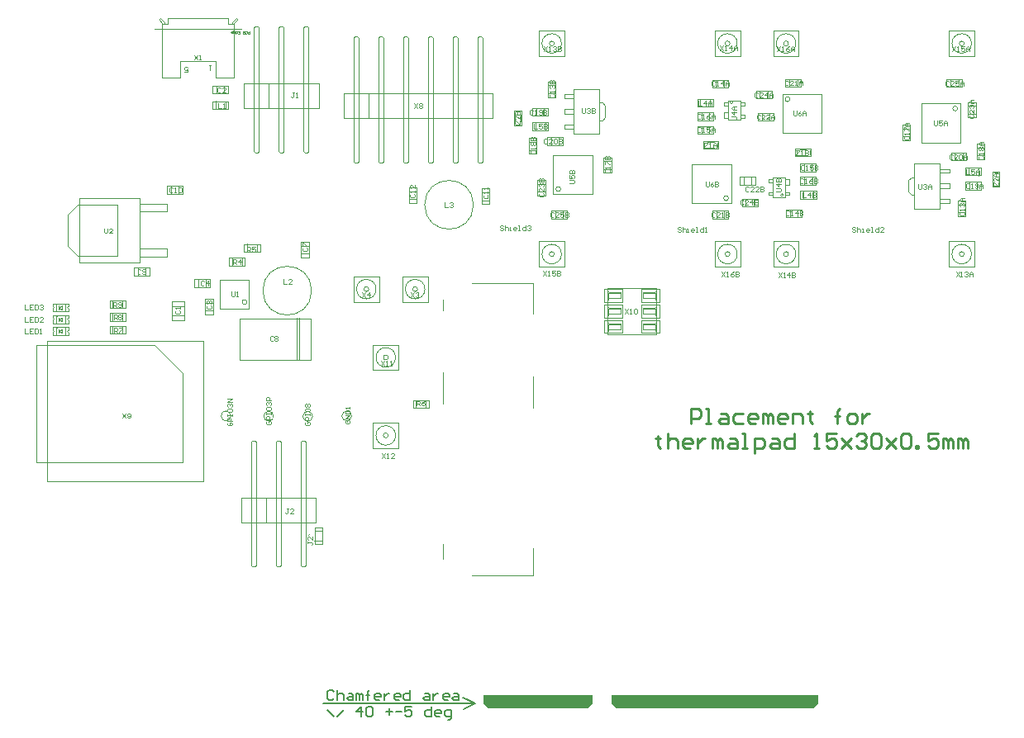
<source format=gm1>
G04*
G04 #@! TF.GenerationSoftware,Altium Limited,Altium Designer,18.1.6 (161)*
G04*
G04 Layer_Color=16777215*
%FSLAX24Y24*%
%MOIN*%
G70*
G01*
G75*
%ADD11C,0.0079*%
%ADD15C,0.0100*%
%ADD16C,0.0059*%
%ADD146C,0.0008*%
%ADD147C,0.0010*%
%ADD148C,0.0039*%
%ADD149C,0.0010*%
%ADD150C,0.0008*%
%ADD151C,0.0012*%
G36*
X33740Y11811D02*
X33937Y12008D01*
X33937Y12362D01*
X29528D01*
Y12008D01*
X29724Y11811D01*
X33740D01*
D02*
G37*
G36*
X43031Y12008D02*
X42835Y11811D01*
X34882D01*
X34685Y12008D01*
X34685Y12362D01*
X43031D01*
X43031Y12008D01*
D02*
G37*
G54D11*
X23491Y12493D02*
X23425Y12559D01*
X23294D01*
X23228Y12493D01*
Y12231D01*
X23294Y12165D01*
X23425D01*
X23491Y12231D01*
X23622Y12559D02*
Y12165D01*
Y12362D01*
X23688Y12428D01*
X23819D01*
X23884Y12362D01*
Y12165D01*
X24081Y12428D02*
X24212D01*
X24278Y12362D01*
Y12165D01*
X24081D01*
X24015Y12231D01*
X24081Y12297D01*
X24278D01*
X24409Y12165D02*
Y12428D01*
X24475D01*
X24540Y12362D01*
Y12165D01*
Y12362D01*
X24606Y12428D01*
X24671Y12362D01*
Y12165D01*
X24868D02*
Y12493D01*
Y12362D01*
X24803D01*
X24934D01*
X24868D01*
Y12493D01*
X24934Y12559D01*
X25327Y12165D02*
X25196D01*
X25131Y12231D01*
Y12362D01*
X25196Y12428D01*
X25327D01*
X25393Y12362D01*
Y12297D01*
X25131D01*
X25524Y12428D02*
Y12165D01*
Y12297D01*
X25590Y12362D01*
X25655Y12428D01*
X25721D01*
X26115Y12165D02*
X25983D01*
X25918Y12231D01*
Y12362D01*
X25983Y12428D01*
X26115D01*
X26180Y12362D01*
Y12297D01*
X25918D01*
X26574Y12559D02*
Y12165D01*
X26377D01*
X26311Y12231D01*
Y12362D01*
X26377Y12428D01*
X26574D01*
X27164D02*
X27295D01*
X27361Y12362D01*
Y12165D01*
X27164D01*
X27098Y12231D01*
X27164Y12297D01*
X27361D01*
X27492Y12428D02*
Y12165D01*
Y12297D01*
X27558Y12362D01*
X27623Y12428D01*
X27689D01*
X28082Y12165D02*
X27951D01*
X27886Y12231D01*
Y12362D01*
X27951Y12428D01*
X28082D01*
X28148Y12362D01*
Y12297D01*
X27886D01*
X28345Y12428D02*
X28476D01*
X28542Y12362D01*
Y12165D01*
X28345D01*
X28279Y12231D01*
X28345Y12297D01*
X28542D01*
X23491Y11496D02*
X23228Y11758D01*
X23622Y11496D02*
X23884Y11758D01*
X24606Y11496D02*
Y11890D01*
X24409Y11693D01*
X24671D01*
X24803Y11824D02*
X24868Y11890D01*
X24999D01*
X25065Y11824D01*
Y11562D01*
X24999Y11496D01*
X24868D01*
X24803Y11562D01*
Y11824D01*
X25590Y11693D02*
X25852D01*
X25721Y11824D02*
Y11562D01*
X25983Y11693D02*
X26246D01*
X26639Y11890D02*
X26377D01*
Y11693D01*
X26508Y11758D01*
X26574D01*
X26639Y11693D01*
Y11562D01*
X26574Y11496D01*
X26443D01*
X26377Y11562D01*
X27426Y11890D02*
Y11496D01*
X27230D01*
X27164Y11562D01*
Y11693D01*
X27230Y11758D01*
X27426D01*
X27754Y11496D02*
X27623D01*
X27558Y11562D01*
Y11693D01*
X27623Y11758D01*
X27754D01*
X27820Y11693D01*
Y11627D01*
X27558D01*
X28082Y11365D02*
X28148D01*
X28214Y11430D01*
Y11758D01*
X28017D01*
X27951Y11693D01*
Y11562D01*
X28017Y11496D01*
X28214D01*
G54D15*
X36576Y22823D02*
Y22723D01*
X36476D01*
X36676D01*
X36576D01*
Y22423D01*
X36676Y22323D01*
X36976Y22923D02*
Y22323D01*
Y22623D01*
X37076Y22723D01*
X37276D01*
X37376Y22623D01*
Y22323D01*
X37876D02*
X37676D01*
X37576Y22423D01*
Y22623D01*
X37676Y22723D01*
X37876D01*
X37976Y22623D01*
Y22523D01*
X37576D01*
X38176Y22723D02*
Y22323D01*
Y22523D01*
X38276Y22623D01*
X38376Y22723D01*
X38476D01*
X38776Y22323D02*
Y22723D01*
X38876D01*
X38976Y22623D01*
Y22323D01*
Y22623D01*
X39076Y22723D01*
X39176Y22623D01*
Y22323D01*
X39475Y22723D02*
X39675D01*
X39775Y22623D01*
Y22323D01*
X39475D01*
X39375Y22423D01*
X39475Y22523D01*
X39775D01*
X39975Y22323D02*
X40175D01*
X40075D01*
Y22923D01*
X39975D01*
X40475Y22123D02*
Y22723D01*
X40775D01*
X40875Y22623D01*
Y22423D01*
X40775Y22323D01*
X40475D01*
X41175Y22723D02*
X41375D01*
X41475Y22623D01*
Y22323D01*
X41175D01*
X41075Y22423D01*
X41175Y22523D01*
X41475D01*
X42075Y22923D02*
Y22323D01*
X41775D01*
X41675Y22423D01*
Y22623D01*
X41775Y22723D01*
X42075D01*
X42874Y22323D02*
X43074D01*
X42974D01*
Y22923D01*
X42874Y22823D01*
X43774Y22923D02*
X43374D01*
Y22623D01*
X43574Y22723D01*
X43674D01*
X43774Y22623D01*
Y22423D01*
X43674Y22323D01*
X43474D01*
X43374Y22423D01*
X43974Y22723D02*
X44374Y22323D01*
X44174Y22523D01*
X44374Y22723D01*
X43974Y22323D01*
X44574Y22823D02*
X44674Y22923D01*
X44874D01*
X44974Y22823D01*
Y22723D01*
X44874Y22623D01*
X44774D01*
X44874D01*
X44974Y22523D01*
Y22423D01*
X44874Y22323D01*
X44674D01*
X44574Y22423D01*
X45174Y22823D02*
X45274Y22923D01*
X45473D01*
X45573Y22823D01*
Y22423D01*
X45473Y22323D01*
X45274D01*
X45174Y22423D01*
Y22823D01*
X45773Y22723D02*
X46173Y22323D01*
X45973Y22523D01*
X46173Y22723D01*
X45773Y22323D01*
X46373Y22823D02*
X46473Y22923D01*
X46673D01*
X46773Y22823D01*
Y22423D01*
X46673Y22323D01*
X46473D01*
X46373Y22423D01*
Y22823D01*
X46973Y22323D02*
Y22423D01*
X47073D01*
Y22323D01*
X46973D01*
X47873Y22923D02*
X47473D01*
Y22623D01*
X47673Y22723D01*
X47773D01*
X47873Y22623D01*
Y22423D01*
X47773Y22323D01*
X47573D01*
X47473Y22423D01*
X48073Y22323D02*
Y22723D01*
X48173D01*
X48273Y22623D01*
Y22323D01*
Y22623D01*
X48373Y22723D01*
X48472Y22623D01*
Y22323D01*
X48672D02*
Y22723D01*
X48772D01*
X48872Y22623D01*
Y22323D01*
Y22623D01*
X48972Y22723D01*
X49072Y22623D01*
Y22323D01*
X37904Y23312D02*
Y23912D01*
X38203D01*
X38303Y23812D01*
Y23612D01*
X38203Y23512D01*
X37904D01*
X38503Y23312D02*
X38703D01*
X38603D01*
Y23912D01*
X38503D01*
X39103Y23712D02*
X39303D01*
X39403Y23612D01*
Y23312D01*
X39103D01*
X39003Y23412D01*
X39103Y23512D01*
X39403D01*
X40003Y23712D02*
X39703D01*
X39603Y23612D01*
Y23412D01*
X39703Y23312D01*
X40003D01*
X40503D02*
X40303D01*
X40203Y23412D01*
Y23612D01*
X40303Y23712D01*
X40503D01*
X40603Y23612D01*
Y23512D01*
X40203D01*
X40803Y23312D02*
Y23712D01*
X40903D01*
X41003Y23612D01*
Y23312D01*
Y23612D01*
X41103Y23712D01*
X41202Y23612D01*
Y23312D01*
X41702D02*
X41502D01*
X41402Y23412D01*
Y23612D01*
X41502Y23712D01*
X41702D01*
X41802Y23612D01*
Y23512D01*
X41402D01*
X42002Y23312D02*
Y23712D01*
X42302D01*
X42402Y23612D01*
Y23312D01*
X42702Y23812D02*
Y23712D01*
X42602D01*
X42802D01*
X42702D01*
Y23412D01*
X42802Y23312D01*
X43802D02*
Y23812D01*
Y23612D01*
X43702D01*
X43902D01*
X43802D01*
Y23812D01*
X43902Y23912D01*
X44301Y23312D02*
X44501D01*
X44601Y23412D01*
Y23612D01*
X44501Y23712D01*
X44301D01*
X44202Y23612D01*
Y23412D01*
X44301Y23312D01*
X44801Y23712D02*
Y23312D01*
Y23512D01*
X44901Y23612D01*
X45001Y23712D01*
X45101D01*
G54D16*
X28711Y12254D02*
X29203Y12008D01*
X28730Y11782D02*
X29203Y12008D01*
X23071D02*
X29203D01*
G54D146*
X19990Y28219D02*
G03*
X19990Y28219I-98J0D01*
G01*
X21063Y23612D02*
G03*
X21063Y23612I-197J0D01*
G01*
X22638Y23602D02*
G03*
X22638Y23602I-197J0D01*
G01*
X19341Y23622D02*
G03*
X19341Y23622I-197J0D01*
G01*
X12165Y27943D02*
G03*
X12165Y28041I0J49D01*
G01*
X12795D02*
G03*
X12795Y27943I0J-49D01*
G01*
X12352Y28120D02*
G03*
X12352Y28120I-10J0D01*
G01*
Y27648D02*
G03*
X12352Y27648I-10J0D01*
G01*
X12795Y27569D02*
G03*
X12795Y27470I0J-49D01*
G01*
X12165D02*
G03*
X12165Y27569I0J49D01*
G01*
X12352Y27175D02*
G03*
X12352Y27175I-10J0D01*
G01*
X12795Y27096D02*
G03*
X12795Y26998I0J-49D01*
G01*
X12165D02*
G03*
X12165Y27096I0J49D01*
G01*
X24213Y23622D02*
G03*
X24213Y23622I-197J0D01*
G01*
X20069Y27943D02*
Y29124D01*
X18888Y27943D02*
Y29124D01*
Y27943D02*
X20069D01*
X18888Y29124D02*
X20069D01*
X41585Y35039D02*
X43159D01*
Y36614D01*
X41585D02*
X43159D01*
X41585Y35039D02*
Y36614D01*
X39518Y32205D02*
Y33780D01*
X37943Y32205D02*
X39518D01*
X37943D02*
Y33780D01*
X39518D01*
X20210Y17533D02*
X20310D01*
X20160Y17582D02*
Y22582D01*
X20360Y17582D02*
Y22582D01*
X20160Y17582D02*
X20161D01*
X20359D02*
X20360D01*
X20161D02*
X20210Y17533D01*
X20310D02*
X20359Y17582D01*
X20161Y22582D02*
X20210Y22631D01*
X20310D02*
X20359Y22582D01*
X20160D02*
X20161D01*
X20359D02*
X20360D01*
X20210Y22631D02*
X20310D01*
X21210D02*
X21310D01*
X21359Y22582D02*
X21360D01*
X21160D02*
X21161D01*
X21310Y22631D02*
X21359Y22582D01*
X21161D02*
X21210Y22631D01*
X21310Y17533D02*
X21359Y17582D01*
X21161D02*
X21210Y17533D01*
X21359Y17582D02*
X21360D01*
X21160D02*
X21161D01*
X21360D02*
Y22582D01*
X21160Y17582D02*
Y22582D01*
X21210Y17533D02*
X21310D01*
X22210Y22631D02*
X22310D01*
X22359Y22582D02*
X22360D01*
X22160D02*
X22161D01*
X22310Y22631D02*
X22359Y22582D01*
X22161D02*
X22210Y22631D01*
X22310Y17533D02*
X22359Y17582D01*
X22161D02*
X22210Y17533D01*
X22359Y17582D02*
X22360D01*
X22160D02*
X22161D01*
X22360D02*
Y22582D01*
X22160Y17582D02*
Y22582D01*
X22210Y17533D02*
X22310D01*
X13228Y29823D02*
X15669D01*
X13228D02*
Y32421D01*
X15669D01*
Y29823D02*
Y32421D01*
X14764Y30098D02*
Y32146D01*
X13150D02*
X14764D01*
X12756Y31752D02*
X13150Y32146D01*
X12756Y30492D02*
Y31752D01*
Y30492D02*
X13150Y30098D01*
X14764D01*
X15669Y32185D02*
X16772D01*
Y31870D02*
Y32185D01*
X15669Y31870D02*
X16772D01*
X15669Y30374D02*
X16772D01*
Y30059D02*
Y30374D01*
X15669Y30059D02*
X16772D01*
X18730Y37293D02*
X19478D01*
X18730D02*
Y37943D01*
X18022D02*
X18730D01*
X19478Y37293D02*
Y39459D01*
X19242D02*
X19478D01*
X19242D02*
Y39695D01*
X18022D02*
X19242D01*
X19380Y39459D02*
Y39518D01*
X19557Y39695D01*
X19596Y39656D01*
Y39616D02*
Y39656D01*
X19478Y39498D02*
X19596Y39616D01*
X19478Y39459D02*
Y39498D01*
X16565Y39459D02*
Y39498D01*
X16447Y39616D02*
X16565Y39498D01*
X16447Y39616D02*
Y39656D01*
X16486Y39695D01*
X16663Y39518D01*
Y39459D02*
Y39518D01*
X16801Y39695D02*
X18022D01*
X16801Y39459D02*
Y39695D01*
X16565Y39459D02*
X16801D01*
X16565Y37293D02*
Y39459D01*
X17313Y37943D02*
X18022D01*
X17313Y37293D02*
Y37943D01*
X16565Y37293D02*
X17313D01*
X16270Y39242D02*
X19774D01*
X47185Y36240D02*
X48760D01*
Y34665D02*
Y36240D01*
X47185Y34665D02*
X48760D01*
X47185D02*
Y36240D01*
X32343Y32579D02*
X33917D01*
X32343D02*
Y34154D01*
X33917D01*
Y32579D02*
Y34154D01*
X12165Y28041D02*
Y28150D01*
Y27835D02*
Y27943D01*
X12795Y28041D02*
Y28150D01*
Y27835D02*
Y27943D01*
X12520Y27913D02*
Y28071D01*
X12402Y27992D02*
X12520Y28071D01*
X12402Y27992D02*
X12520Y27913D01*
X12402D02*
Y28071D01*
Y27441D02*
Y27598D01*
Y27520D02*
X12520Y27441D01*
X12402Y27520D02*
X12520Y27598D01*
Y27441D02*
Y27598D01*
X12795Y27362D02*
Y27470D01*
Y27569D02*
Y27677D01*
X12165Y27362D02*
Y27470D01*
Y27569D02*
Y27677D01*
X12402Y26969D02*
Y27126D01*
Y27047D02*
X12520Y26969D01*
X12402Y27047D02*
X12520Y27126D01*
Y26969D02*
Y27126D01*
X12795Y26890D02*
Y26998D01*
Y27096D02*
Y27205D01*
X12165Y26890D02*
Y26998D01*
Y27096D02*
Y27205D01*
X24340Y33848D02*
X24440D01*
X24290Y33898D02*
Y38898D01*
X24490Y33898D02*
Y38898D01*
X24290Y33898D02*
X24291D01*
X24489D02*
X24490D01*
X24291D02*
X24340Y33848D01*
X24440D02*
X24489Y33898D01*
X24291Y38898D02*
X24340Y38947D01*
X24440D02*
X24489Y38898D01*
X24290D02*
X24291D01*
X24489D02*
X24490D01*
X24340Y38947D02*
X24440D01*
X25340D02*
X25440D01*
X25489Y38898D02*
X25490D01*
X25290D02*
X25291D01*
X25440Y38947D02*
X25489Y38898D01*
X25291D02*
X25340Y38947D01*
X25440Y33848D02*
X25489Y33898D01*
X25291D02*
X25340Y33848D01*
X25489Y33898D02*
X25490D01*
X25290D02*
X25291D01*
X25490D02*
Y38898D01*
X25290Y33898D02*
Y38898D01*
X25340Y33848D02*
X25440D01*
X26340Y38947D02*
X26440D01*
X26489Y38898D02*
X26490D01*
X26290D02*
X26291D01*
X26440Y38947D02*
X26489Y38898D01*
X26291D02*
X26340Y38947D01*
X26440Y33848D02*
X26489Y33898D01*
X26291D02*
X26340Y33848D01*
X26489Y33898D02*
X26490D01*
X26290D02*
X26291D01*
X26490D02*
Y38898D01*
X26290Y33898D02*
Y38898D01*
X26340Y33848D02*
X26440D01*
X27340Y38947D02*
X27440D01*
X27489Y38898D02*
X27490D01*
X27290D02*
X27291D01*
X27440Y38947D02*
X27489Y38898D01*
X27291D02*
X27340Y38947D01*
X27440Y33848D02*
X27489Y33898D01*
X27291D02*
X27340Y33848D01*
X27489Y33898D02*
X27490D01*
X27290D02*
X27291D01*
X27490D02*
Y38898D01*
X27290Y33898D02*
Y38898D01*
X27340Y33848D02*
X27440D01*
X28340Y38947D02*
X28440D01*
X28489Y38898D02*
X28490D01*
X28290D02*
X28291D01*
X28440Y38947D02*
X28489Y38898D01*
X28291D02*
X28340Y38947D01*
X28440Y33848D02*
X28489Y33898D01*
X28291D02*
X28340Y33848D01*
X28489Y33898D02*
X28490D01*
X28290D02*
X28291D01*
X28490D02*
Y38898D01*
X28290Y33898D02*
Y38898D01*
X28340Y33848D02*
X28440D01*
X29340Y38947D02*
X29440D01*
X29489Y38898D02*
X29490D01*
X29290D02*
X29291D01*
X29440Y38947D02*
X29489Y38898D01*
X29291D02*
X29340Y38947D01*
X29440Y33848D02*
X29489Y33898D01*
X29291D02*
X29340Y33848D01*
X29489Y33898D02*
X29490D01*
X29290D02*
X29291D01*
X29490D02*
Y38898D01*
X29290Y33898D02*
Y38898D01*
X29340Y33848D02*
X29440D01*
X22328Y34262D02*
X22428D01*
X22278Y34311D02*
Y39311D01*
X22478Y34311D02*
Y39311D01*
X22278Y34311D02*
X22279D01*
X22477D02*
X22478D01*
X22279D02*
X22328Y34262D01*
X22428D02*
X22477Y34311D01*
X22279Y39311D02*
X22328Y39360D01*
X22428D02*
X22477Y39311D01*
X22278D02*
X22279D01*
X22477D02*
X22478D01*
X22328Y39360D02*
X22428D01*
X21328Y34262D02*
X21428D01*
X21278Y34311D02*
Y39311D01*
X21478Y34311D02*
Y39311D01*
X21278Y34311D02*
X21279D01*
X21477D02*
X21478D01*
X21279D02*
X21328Y34262D01*
X21428D02*
X21477Y34311D01*
X21279Y39311D02*
X21328Y39360D01*
X21428D02*
X21477Y39311D01*
X21278D02*
X21279D01*
X21477D02*
X21478D01*
X21328Y39360D02*
X21428D01*
X20328D02*
X20428D01*
X20477Y39311D02*
X20478D01*
X20278D02*
X20279D01*
X20428Y39360D02*
X20477Y39311D01*
X20279D02*
X20328Y39360D01*
X20428Y34262D02*
X20477Y34311D01*
X20279D02*
X20328Y34262D01*
X20477Y34311D02*
X20478D01*
X20278D02*
X20279D01*
X20478D02*
Y39311D01*
X20278Y34311D02*
Y39311D01*
X20328Y34262D02*
X20428D01*
X11496Y26484D02*
X16260D01*
X17402Y25343D01*
Y21760D02*
Y25343D01*
X11496Y21760D02*
X17402D01*
X11496D02*
Y26484D01*
X11929Y26642D02*
X18228D01*
X11929Y20972D02*
Y26642D01*
Y20972D02*
X18228D01*
Y26642D01*
X21988Y25886D02*
Y27579D01*
X22106Y25886D02*
Y27579D01*
X19685Y25866D02*
X22559D01*
Y27559D01*
X19695D02*
X22559D01*
X19695Y25866D02*
Y27559D01*
X46782Y33258D02*
X46900D01*
X46663Y33140D02*
X46782Y33258D01*
X46663Y32667D02*
Y33140D01*
Y32667D02*
X46782Y32549D01*
X46900D01*
X47923Y33593D02*
X48317D01*
Y33435D02*
Y33593D01*
X47923Y33435D02*
X48317D01*
X47923Y32372D02*
X48317D01*
Y32215D02*
Y32372D01*
X47923Y32215D02*
X48317D01*
X47923Y33002D02*
X48317D01*
Y32805D02*
Y33002D01*
X47923Y32805D02*
X48317D01*
X46900Y31998D02*
X47923D01*
X46900D02*
Y33809D01*
X47923D01*
Y31998D02*
Y33809D01*
X34203Y35561D02*
X34321D01*
X34439Y35679D01*
Y36152D01*
X34321Y36270D02*
X34439Y36152D01*
X34203Y36270D02*
X34321D01*
X32785Y35226D02*
X33179D01*
X32785D02*
Y35384D01*
X33179D01*
X32785Y36447D02*
X33179D01*
X32785D02*
Y36604D01*
X33179D01*
X32785Y35817D02*
X33179D01*
X32785D02*
Y36014D01*
X33179D01*
Y36821D02*
X34203D01*
Y35010D02*
Y36821D01*
X33179Y35010D02*
X34203D01*
X33179D02*
Y36821D01*
X50118Y32913D02*
X50276D01*
X50079Y33051D02*
Y33307D01*
X50315Y33051D02*
Y33307D01*
X50276Y32874D02*
Y32913D01*
X50118Y32874D02*
Y32913D01*
X50049Y33022D02*
X50079Y33051D01*
X50049Y33337D02*
X50079Y33307D01*
X50315D02*
X50344Y33337D01*
X50315Y33051D02*
X50344Y33022D01*
X50118Y33445D02*
X50276D01*
Y33484D01*
X50118Y33445D02*
Y33484D01*
X30827Y35906D02*
X30984D01*
X31024Y35512D02*
Y35768D01*
X30787Y35512D02*
Y35768D01*
X30827Y35906D02*
Y35945D01*
X30984Y35906D02*
Y35945D01*
X31024Y35768D02*
X31053Y35797D01*
X31024Y35512D02*
X31053Y35482D01*
X30758D02*
X30787Y35512D01*
X30758Y35797D02*
X30787Y35768D01*
X30827Y35374D02*
X30984D01*
X30827Y35335D02*
Y35374D01*
X30984Y35335D02*
Y35374D01*
X38952Y34481D02*
Y34638D01*
X38558Y34441D02*
X38814D01*
X38558Y34678D02*
X38814D01*
X38952Y34638D02*
X38991D01*
X38952Y34481D02*
X38991D01*
X38814Y34441D02*
X38844Y34412D01*
X38529D02*
X38558Y34441D01*
X38529Y34707D02*
X38558Y34678D01*
X38814D02*
X38844Y34707D01*
X38420Y34481D02*
Y34638D01*
X38381D02*
X38420D01*
X38381Y34481D02*
X38420D01*
X42150Y34181D02*
Y34338D01*
X42288Y34377D02*
X42544D01*
X42288Y34141D02*
X42544D01*
X42111Y34181D02*
X42150D01*
X42111Y34338D02*
X42150D01*
X42259Y34407D02*
X42288Y34377D01*
X42544D02*
X42574Y34407D01*
X42544Y34141D02*
X42574Y34112D01*
X42259D02*
X42288Y34141D01*
X42682Y34181D02*
Y34338D01*
Y34181D02*
X42721D01*
X42682Y34338D02*
X42721D01*
X17457Y37530D02*
X17589D01*
Y37628D01*
X17523Y37595D01*
X17490D01*
X17457Y37628D01*
Y37694D01*
X17490Y37726D01*
X17556D01*
X17589Y37694D01*
X18533Y37766D02*
X18468D01*
X18501D01*
Y37569D01*
X18533Y37602D01*
G54D147*
X29124Y32146D02*
G03*
X29124Y32146I-984J0D01*
G01*
X22598Y28681D02*
G03*
X22598Y28681I-984J0D01*
G01*
G54D148*
X41890Y36407D02*
G03*
X41890Y36407I-98J0D01*
G01*
X39409Y32411D02*
G03*
X39409Y32411I-98J0D01*
G01*
X48652Y36033D02*
G03*
X48652Y36033I-98J0D01*
G01*
X32648Y32785D02*
G03*
X32648Y32785I-98J0D01*
G01*
X29055Y28996D02*
X31535D01*
Y27736D02*
Y28996D01*
Y23957D02*
Y25217D01*
Y17185D02*
Y18287D01*
X29055Y17185D02*
X31535D01*
X27913Y17854D02*
Y18445D01*
Y24114D02*
Y25374D01*
Y27894D02*
Y28327D01*
X18389Y28094D02*
X18356Y28061D01*
Y27995D01*
X18389Y27963D01*
X18520D01*
X18553Y27995D01*
Y28061D01*
X18520Y28094D01*
X18389Y28159D02*
X18356Y28192D01*
Y28258D01*
X18389Y28291D01*
X18422D01*
X18454Y28258D01*
Y28225D01*
Y28258D01*
X18487Y28291D01*
X18520D01*
X18553Y28258D01*
Y28192D01*
X18520Y28159D01*
X19364Y28652D02*
Y28488D01*
X19397Y28455D01*
X19462D01*
X19495Y28488D01*
Y28652D01*
X19561Y28455D02*
X19626D01*
X19594D01*
Y28652D01*
X19561Y28619D01*
X17139Y27887D02*
X17106Y27854D01*
Y27789D01*
X17139Y27756D01*
X17270D01*
X17303Y27789D01*
Y27854D01*
X17270Y27887D01*
X17303Y27953D02*
Y28018D01*
Y27985D01*
X17106D01*
X17139Y27953D01*
X27972Y32234D02*
Y32037D01*
X28104D01*
X28169Y32201D02*
X28202Y32234D01*
X28268D01*
X28300Y32201D01*
Y32169D01*
X28268Y32136D01*
X28235D01*
X28268D01*
X28300Y32103D01*
Y32070D01*
X28268Y32037D01*
X28202D01*
X28169Y32070D01*
X21457Y29134D02*
Y28937D01*
X21588D01*
X21785D02*
X21653D01*
X21785Y29068D01*
Y29101D01*
X21752Y29134D01*
X21686D01*
X21653Y29101D01*
X22441Y18556D02*
Y18491D01*
Y18524D01*
X22605D01*
X22638Y18491D01*
Y18458D01*
X22605Y18425D01*
X22638Y18753D02*
Y18622D01*
X22507Y18753D01*
X22474D01*
X22441Y18720D01*
Y18655D01*
X22474Y18622D01*
Y18819D02*
X22539Y18884D01*
X18819Y36256D02*
Y36059D01*
X18950D01*
X19016D02*
X19081D01*
X19048D01*
Y36256D01*
X19016Y36223D01*
X42018Y35945D02*
Y35781D01*
X42051Y35748D01*
X42116D01*
X42149Y35781D01*
Y35945D01*
X42346D02*
X42280Y35912D01*
X42214Y35846D01*
Y35781D01*
X42247Y35748D01*
X42313D01*
X42346Y35781D01*
Y35814D01*
X42313Y35846D01*
X42214D01*
X42411Y35748D02*
Y35879D01*
X42477Y35945D01*
X42542Y35879D01*
Y35748D01*
Y35846D01*
X42411D01*
X38484Y33090D02*
Y32926D01*
X38517Y32894D01*
X38583D01*
X38615Y32926D01*
Y33090D01*
X38812D02*
X38747Y33058D01*
X38681Y32992D01*
Y32926D01*
X38714Y32894D01*
X38779D01*
X38812Y32926D01*
Y32959D01*
X38779Y32992D01*
X38681D01*
X38878Y33090D02*
Y32894D01*
X38976D01*
X39009Y32926D01*
Y32959D01*
X38976Y32992D01*
X38878D01*
X38976D01*
X39009Y33025D01*
Y33058D01*
X38976Y33090D01*
X38878D01*
X21676Y19872D02*
X21611D01*
X21644D01*
Y19708D01*
X21611Y19675D01*
X21578D01*
X21545Y19708D01*
X21873Y19675D02*
X21742D01*
X21873Y19806D01*
Y19839D01*
X21840Y19872D01*
X21775D01*
X21742Y19839D01*
X14222Y31197D02*
Y31033D01*
X14255Y31000D01*
X14321D01*
X14354Y31033D01*
Y31197D01*
X14550Y31000D02*
X14419D01*
X14550Y31131D01*
Y31164D01*
X14518Y31197D01*
X14452D01*
X14419Y31164D01*
X16991Y32821D02*
X16959Y32854D01*
X16893D01*
X16860Y32821D01*
Y32690D01*
X16893Y32657D01*
X16959D01*
X16991Y32690D01*
X17057Y32657D02*
X17123D01*
X17090D01*
Y32854D01*
X17057Y32821D01*
X17221D02*
X17254Y32854D01*
X17319D01*
X17352Y32821D01*
Y32690D01*
X17319Y32657D01*
X17254D01*
X17221Y32690D01*
Y32821D01*
X15712Y29505D02*
X15679Y29537D01*
X15614D01*
X15581Y29505D01*
Y29373D01*
X15614Y29341D01*
X15679D01*
X15712Y29373D01*
X15777D02*
X15810Y29341D01*
X15876D01*
X15909Y29373D01*
Y29505D01*
X15876Y29537D01*
X15810D01*
X15777Y29505D01*
Y29472D01*
X15810Y29439D01*
X15909D01*
X26585Y28602D02*
X26716Y28406D01*
Y28602D02*
X26585Y28406D01*
X26781Y28570D02*
X26814Y28602D01*
X26880D01*
X26913Y28570D01*
Y28537D01*
X26880Y28504D01*
X26847D01*
X26880D01*
X26913Y28471D01*
Y28438D01*
X26880Y28406D01*
X26814D01*
X26781Y28438D01*
X24646Y28602D02*
X24777Y28406D01*
Y28602D02*
X24646Y28406D01*
X24941D02*
Y28602D01*
X24842Y28504D01*
X24974D01*
X20089Y39163D02*
Y39065D01*
X20039D01*
X20023Y39081D01*
Y39114D01*
X20039Y39131D01*
X20089D01*
X19925Y39081D02*
X19941Y39065D01*
X19974D01*
X19990Y39081D01*
Y39147D01*
X19974Y39163D01*
X19941D01*
X19925Y39147D01*
X19892Y39065D02*
Y39163D01*
X19843D01*
X19826Y39147D01*
Y39131D01*
X19843Y39114D01*
X19892D01*
X19843D01*
X19826Y39098D01*
Y39081D01*
X19843Y39065D01*
X19892D01*
X19629D02*
X19695D01*
Y39163D01*
X19629D01*
X19695Y39114D02*
X19662D01*
X19531Y39065D02*
Y39163D01*
X19580D01*
X19597Y39147D01*
Y39114D01*
X19580Y39098D01*
X19531D01*
X19465Y39196D02*
X19449D01*
X19433Y39180D01*
Y39098D01*
X19482D01*
X19498Y39114D01*
Y39147D01*
X19482Y39163D01*
X19433D01*
X19351D02*
X19383D01*
X19400Y39147D01*
Y39114D01*
X19383Y39098D01*
X19351D01*
X19334Y39114D01*
Y39131D01*
X19400D01*
X17874Y38199D02*
X18005Y38002D01*
Y38199D02*
X17874Y38002D01*
X18071D02*
X18136D01*
X18104D01*
Y38199D01*
X18071Y38166D01*
X26599Y32572D02*
X26566Y32539D01*
Y32474D01*
X26599Y32441D01*
X26730D01*
X26763Y32474D01*
Y32539D01*
X26730Y32572D01*
X26763Y32638D02*
Y32703D01*
Y32671D01*
X26566D01*
X26599Y32638D01*
X26763Y32933D02*
Y32802D01*
X26631Y32933D01*
X26599D01*
X26566Y32900D01*
Y32835D01*
X26599Y32802D01*
X20795Y23419D02*
X20763Y23386D01*
Y23320D01*
X20795Y23287D01*
X20927D01*
X20959Y23320D01*
Y23386D01*
X20927Y23419D01*
X20861D01*
Y23353D01*
X20959Y23484D02*
X20763D01*
Y23583D01*
X20795Y23615D01*
X20861D01*
X20894Y23583D01*
Y23484D01*
X20763Y23681D02*
Y23747D01*
Y23714D01*
X20959D01*
Y23681D01*
Y23747D01*
X20763Y23943D02*
Y23878D01*
X20795Y23845D01*
X20927D01*
X20959Y23878D01*
Y23943D01*
X20927Y23976D01*
X20795D01*
X20763Y23943D01*
X20795Y24042D02*
X20763Y24075D01*
Y24140D01*
X20795Y24173D01*
X20828D01*
X20861Y24140D01*
Y24107D01*
Y24140D01*
X20894Y24173D01*
X20927D01*
X20959Y24140D01*
Y24075D01*
X20927Y24042D01*
X20959Y24239D02*
X20763D01*
Y24337D01*
X20795Y24370D01*
X20861D01*
X20894Y24337D01*
Y24239D01*
X22375Y23374D02*
X22343Y23342D01*
Y23276D01*
X22375Y23243D01*
X22507D01*
X22539Y23276D01*
Y23342D01*
X22507Y23374D01*
X22441D01*
Y23309D01*
X22539Y23440D02*
X22343D01*
Y23538D01*
X22375Y23571D01*
X22441D01*
X22474Y23538D01*
Y23440D01*
X22343Y23637D02*
Y23702D01*
Y23670D01*
X22539D01*
Y23637D01*
Y23702D01*
X22343Y23899D02*
Y23834D01*
X22375Y23801D01*
X22507D01*
X22539Y23834D01*
Y23899D01*
X22507Y23932D01*
X22375D01*
X22343Y23899D01*
X22375Y23998D02*
X22343Y24030D01*
Y24096D01*
X22375Y24129D01*
X22408D01*
X22441Y24096D01*
X22474Y24129D01*
X22507D01*
X22539Y24096D01*
Y24030D01*
X22507Y23998D01*
X22474D01*
X22441Y24030D01*
X22408Y23998D01*
X22375D01*
X22441Y24030D02*
Y24096D01*
X19216Y23365D02*
X19183Y23332D01*
Y23266D01*
X19216Y23234D01*
X19347D01*
X19380Y23266D01*
Y23332D01*
X19347Y23365D01*
X19282D01*
Y23299D01*
X19380Y23430D02*
X19183D01*
Y23529D01*
X19216Y23562D01*
X19282D01*
X19314Y23529D01*
Y23430D01*
X19183Y23627D02*
Y23693D01*
Y23660D01*
X19380D01*
Y23627D01*
Y23693D01*
X19183Y23890D02*
Y23824D01*
X19216Y23791D01*
X19347D01*
X19380Y23824D01*
Y23890D01*
X19347Y23922D01*
X19216D01*
X19183Y23890D01*
X19216Y23988D02*
X19183Y24021D01*
Y24086D01*
X19216Y24119D01*
X19249D01*
X19282Y24086D01*
Y24054D01*
Y24086D01*
X19314Y24119D01*
X19347D01*
X19380Y24086D01*
Y24021D01*
X19347Y23988D01*
X19380Y24185D02*
X19183D01*
X19380Y24316D01*
X19183D01*
X26831Y24035D02*
Y24232D01*
X26929D01*
X26962Y24199D01*
Y24134D01*
X26929Y24101D01*
X26831D01*
X26896D02*
X26962Y24035D01*
X27159Y24232D02*
X27093Y24199D01*
X27027Y24134D01*
Y24068D01*
X27060Y24035D01*
X27126D01*
X27159Y24068D01*
Y24101D01*
X27126Y24134D01*
X27027D01*
X47697Y35551D02*
Y35387D01*
X47730Y35354D01*
X47795D01*
X47828Y35387D01*
Y35551D01*
X48025D02*
X47894D01*
Y35453D01*
X47959Y35486D01*
X47992D01*
X48025Y35453D01*
Y35387D01*
X47992Y35354D01*
X47926D01*
X47894Y35387D01*
X48090Y35354D02*
Y35486D01*
X48156Y35551D01*
X48222Y35486D01*
Y35354D01*
Y35453D01*
X48090D01*
X33012Y33012D02*
X33176D01*
X33209Y33045D01*
Y33110D01*
X33176Y33143D01*
X33012D01*
Y33340D02*
Y33209D01*
X33110D01*
X33077Y33274D01*
Y33307D01*
X33110Y33340D01*
X33176D01*
X33209Y33307D01*
Y33241D01*
X33176Y33209D01*
X33012Y33405D02*
X33209D01*
Y33504D01*
X33176Y33537D01*
X33143D01*
X33110Y33504D01*
Y33405D01*
Y33504D01*
X33077Y33537D01*
X33045D01*
X33012Y33504D01*
Y33405D01*
X30318Y31276D02*
X30285Y31309D01*
X30220D01*
X30187Y31276D01*
Y31243D01*
X30220Y31211D01*
X30285D01*
X30318Y31178D01*
Y31145D01*
X30285Y31112D01*
X30220D01*
X30187Y31145D01*
X30384Y31309D02*
Y31112D01*
Y31211D01*
X30417Y31243D01*
X30482D01*
X30515Y31211D01*
Y31112D01*
X30581D02*
X30646D01*
X30613D01*
Y31243D01*
X30581D01*
X30843Y31112D02*
X30777D01*
X30745Y31145D01*
Y31211D01*
X30777Y31243D01*
X30843D01*
X30876Y31211D01*
Y31178D01*
X30745D01*
X30941Y31112D02*
X31007D01*
X30974D01*
Y31309D01*
X30941D01*
X31237D02*
Y31112D01*
X31138D01*
X31105Y31145D01*
Y31211D01*
X31138Y31243D01*
X31237D01*
X31302Y31276D02*
X31335Y31309D01*
X31401D01*
X31433Y31276D01*
Y31243D01*
X31401Y31211D01*
X31368D01*
X31401D01*
X31433Y31178D01*
Y31145D01*
X31401Y31112D01*
X31335D01*
X31302Y31145D01*
X44541Y31217D02*
X44508Y31250D01*
X44442D01*
X44409Y31217D01*
Y31184D01*
X44442Y31152D01*
X44508D01*
X44541Y31119D01*
Y31086D01*
X44508Y31053D01*
X44442D01*
X44409Y31086D01*
X44606Y31250D02*
Y31053D01*
Y31152D01*
X44639Y31184D01*
X44705D01*
X44737Y31152D01*
Y31053D01*
X44803D02*
X44869D01*
X44836D01*
Y31184D01*
X44803D01*
X45065Y31053D02*
X45000D01*
X44967Y31086D01*
Y31152D01*
X45000Y31184D01*
X45065D01*
X45098Y31152D01*
Y31119D01*
X44967D01*
X45164Y31053D02*
X45229D01*
X45197D01*
Y31250D01*
X45164D01*
X45459D02*
Y31053D01*
X45361D01*
X45328Y31086D01*
Y31152D01*
X45361Y31184D01*
X45459D01*
X45656Y31053D02*
X45525D01*
X45656Y31184D01*
Y31217D01*
X45623Y31250D01*
X45557D01*
X45525Y31217D01*
X11033Y28103D02*
Y27906D01*
X11165D01*
X11361Y28103D02*
X11230D01*
Y27906D01*
X11361D01*
X11230Y28005D02*
X11296D01*
X11427Y28103D02*
Y27906D01*
X11525D01*
X11558Y27939D01*
Y28070D01*
X11525Y28103D01*
X11427D01*
X11624Y28070D02*
X11657Y28103D01*
X11722D01*
X11755Y28070D01*
Y28038D01*
X11722Y28005D01*
X11689D01*
X11722D01*
X11755Y27972D01*
Y27939D01*
X11722Y27906D01*
X11657D01*
X11624Y27939D01*
X11033Y27618D02*
Y27421D01*
X11165D01*
X11361Y27618D02*
X11230D01*
Y27421D01*
X11361D01*
X11230Y27520D02*
X11296D01*
X11427Y27618D02*
Y27421D01*
X11525D01*
X11558Y27454D01*
Y27585D01*
X11525Y27618D01*
X11427D01*
X11755Y27421D02*
X11624D01*
X11755Y27552D01*
Y27585D01*
X11722Y27618D01*
X11657D01*
X11624Y27585D01*
X11033Y27150D02*
Y26953D01*
X11165D01*
X11361Y27150D02*
X11230D01*
Y26953D01*
X11361D01*
X11230Y27052D02*
X11296D01*
X11427Y27150D02*
Y26953D01*
X11525D01*
X11558Y26986D01*
Y27117D01*
X11525Y27150D01*
X11427D01*
X11624Y26953D02*
X11689D01*
X11657D01*
Y27150D01*
X11624Y27117D01*
X37484Y31217D02*
X37451Y31250D01*
X37385D01*
X37352Y31217D01*
Y31184D01*
X37385Y31152D01*
X37451D01*
X37484Y31119D01*
Y31086D01*
X37451Y31053D01*
X37385D01*
X37352Y31086D01*
X37549Y31250D02*
Y31053D01*
Y31152D01*
X37582Y31184D01*
X37648D01*
X37680Y31152D01*
Y31053D01*
X37746D02*
X37812D01*
X37779D01*
Y31184D01*
X37746D01*
X38008Y31053D02*
X37943D01*
X37910Y31086D01*
Y31152D01*
X37943Y31184D01*
X38008D01*
X38041Y31152D01*
Y31119D01*
X37910D01*
X38107Y31053D02*
X38172D01*
X38140D01*
Y31250D01*
X38107D01*
X38402D02*
Y31053D01*
X38303D01*
X38271Y31086D01*
Y31152D01*
X38303Y31184D01*
X38402D01*
X38467Y31053D02*
X38533D01*
X38500D01*
Y31250D01*
X38467Y31217D01*
X26742Y36255D02*
X26873Y36058D01*
Y36255D02*
X26742Y36058D01*
X26939Y36222D02*
X26972Y36255D01*
X27037D01*
X27070Y36222D01*
Y36189D01*
X27037Y36156D01*
X27070Y36124D01*
Y36091D01*
X27037Y36058D01*
X26972D01*
X26939Y36091D01*
Y36124D01*
X26972Y36156D01*
X26939Y36189D01*
Y36222D01*
X26972Y36156D02*
X27037D01*
X21883Y36675D02*
X21818D01*
X21850D01*
Y36511D01*
X21818Y36478D01*
X21785D01*
X21752Y36511D01*
X21949Y36478D02*
X22014D01*
X21982D01*
Y36675D01*
X21949Y36642D01*
X35236Y27953D02*
X35367Y27756D01*
Y27953D02*
X35236Y27756D01*
X35433D02*
X35499D01*
X35466D01*
Y27953D01*
X35433Y27920D01*
X35597D02*
X35630Y27953D01*
X35695D01*
X35728Y27920D01*
Y27789D01*
X35695Y27756D01*
X35630D01*
X35597Y27789D01*
Y27920D01*
X14961Y23730D02*
X15092Y23533D01*
Y23730D02*
X14961Y23533D01*
X15157Y23566D02*
X15190Y23533D01*
X15256D01*
X15289Y23566D01*
Y23697D01*
X15256Y23730D01*
X15190D01*
X15157Y23697D01*
Y23665D01*
X15190Y23632D01*
X15289D01*
X23981Y23458D02*
X23948Y23425D01*
Y23360D01*
X23981Y23327D01*
X24112D01*
X24145Y23360D01*
Y23425D01*
X24112Y23458D01*
X24046D01*
Y23392D01*
X24145Y23524D02*
X23948D01*
X24145Y23655D01*
X23948D01*
Y23720D02*
X24145D01*
Y23819D01*
X24112Y23852D01*
X23981D01*
X23948Y23819D01*
Y23720D01*
X24145Y23917D02*
Y23983D01*
Y23950D01*
X23948D01*
X23981Y23917D01*
X32365Y31818D02*
X32333Y31850D01*
X32267D01*
X32234Y31818D01*
Y31686D01*
X32267Y31654D01*
X32333D01*
X32365Y31686D01*
X32562Y31654D02*
X32431D01*
X32562Y31785D01*
Y31818D01*
X32529Y31850D01*
X32464D01*
X32431Y31818D01*
X32759Y31850D02*
X32628D01*
Y31752D01*
X32693Y31785D01*
X32726D01*
X32759Y31752D01*
Y31686D01*
X32726Y31654D01*
X32661D01*
X32628Y31686D01*
X32825Y31850D02*
Y31654D01*
X32923D01*
X32956Y31686D01*
Y31719D01*
X32923Y31752D01*
X32825D01*
X32923D01*
X32956Y31785D01*
Y31818D01*
X32923Y31850D01*
X32825D01*
X34462Y33566D02*
X34429Y33533D01*
Y33468D01*
X34462Y33435D01*
X34593D01*
X34626Y33468D01*
Y33533D01*
X34593Y33566D01*
X34626Y33632D02*
Y33697D01*
Y33665D01*
X34429D01*
X34462Y33632D01*
X34429Y33796D02*
Y33927D01*
X34462D01*
X34593Y33796D01*
X34626D01*
X34429Y33993D02*
X34626D01*
Y34091D01*
X34593Y34124D01*
X34560D01*
X34528Y34091D01*
Y33993D01*
Y34091D01*
X34495Y34124D01*
X34462D01*
X34429Y34091D01*
Y33993D01*
X40013Y32300D02*
X39980Y32333D01*
X39915D01*
X39882Y32300D01*
Y32169D01*
X39915Y32136D01*
X39980D01*
X40013Y32169D01*
X40210Y32136D02*
X40079D01*
X40210Y32267D01*
Y32300D01*
X40177Y32333D01*
X40111D01*
X40079Y32300D01*
X40374Y32136D02*
Y32333D01*
X40275Y32234D01*
X40407D01*
X40472Y32333D02*
Y32136D01*
X40571D01*
X40603Y32169D01*
Y32201D01*
X40571Y32234D01*
X40472D01*
X40571D01*
X40603Y32267D01*
Y32300D01*
X40571Y32333D01*
X40472D01*
X38871Y31818D02*
X38839Y31850D01*
X38773D01*
X38740Y31818D01*
Y31686D01*
X38773Y31654D01*
X38839D01*
X38871Y31686D01*
X39068Y31654D02*
X38937D01*
X39068Y31785D01*
Y31818D01*
X39035Y31850D01*
X38970D01*
X38937Y31818D01*
X39134Y31654D02*
X39199D01*
X39167D01*
Y31850D01*
X39134Y31818D01*
X39298Y31850D02*
Y31654D01*
X39396D01*
X39429Y31686D01*
Y31719D01*
X39396Y31752D01*
X39298D01*
X39396D01*
X39429Y31785D01*
Y31818D01*
X39396Y31850D01*
X39298D01*
X48300Y37113D02*
X48268Y37146D01*
X48202D01*
X48169Y37113D01*
Y36982D01*
X48202Y36949D01*
X48268D01*
X48300Y36982D01*
X48497Y36949D02*
X48366D01*
X48497Y37080D01*
Y37113D01*
X48464Y37146D01*
X48399D01*
X48366Y37113D01*
X48694Y37146D02*
X48563D01*
Y37047D01*
X48628Y37080D01*
X48661D01*
X48694Y37047D01*
Y36982D01*
X48661Y36949D01*
X48596D01*
X48563Y36982D01*
X48760Y36949D02*
Y37080D01*
X48825Y37146D01*
X48891Y37080D01*
Y36949D01*
Y37047D01*
X48760D01*
X46519Y34905D02*
X46486Y34872D01*
Y34806D01*
X46519Y34774D01*
X46650D01*
X46683Y34806D01*
Y34872D01*
X46650Y34905D01*
X46683Y34970D02*
Y35036D01*
Y35003D01*
X46486D01*
X46519Y34970D01*
X46486Y35134D02*
Y35266D01*
X46519D01*
X46650Y35134D01*
X46683D01*
Y35331D02*
X46552D01*
X46486Y35397D01*
X46552Y35462D01*
X46683D01*
X46585D01*
Y35331D01*
X40604Y36641D02*
X40571Y36674D01*
X40505D01*
X40472Y36641D01*
Y36510D01*
X40505Y36477D01*
X40571D01*
X40604Y36510D01*
X40800Y36477D02*
X40669D01*
X40800Y36608D01*
Y36641D01*
X40768Y36674D01*
X40702D01*
X40669Y36641D01*
X40964Y36477D02*
Y36674D01*
X40866Y36575D01*
X40997D01*
X41063Y36477D02*
Y36608D01*
X41128Y36674D01*
X41194Y36608D01*
Y36477D01*
Y36575D01*
X41063D01*
X41844Y37132D02*
X41811Y37165D01*
X41745D01*
X41713Y37132D01*
Y37001D01*
X41745Y36969D01*
X41811D01*
X41844Y37001D01*
X42041Y36969D02*
X41909D01*
X42041Y37100D01*
Y37132D01*
X42008Y37165D01*
X41942D01*
X41909Y37132D01*
X42106Y36969D02*
X42172D01*
X42139D01*
Y37165D01*
X42106Y37132D01*
X42270Y36969D02*
Y37100D01*
X42336Y37165D01*
X42401Y37100D01*
Y36969D01*
Y37067D01*
X42270D01*
X38199Y36348D02*
Y36152D01*
X38330D01*
X38494D02*
Y36348D01*
X38396Y36250D01*
X38527D01*
X38592Y36152D02*
Y36283D01*
X38658Y36348D01*
X38724Y36283D01*
Y36152D01*
Y36250D01*
X38592D01*
X42392Y32657D02*
Y32461D01*
X42523D01*
X42687D02*
Y32657D01*
X42589Y32559D01*
X42720D01*
X42785Y32657D02*
Y32461D01*
X42884D01*
X42916Y32493D01*
Y32526D01*
X42884Y32559D01*
X42785D01*
X42884D01*
X42916Y32592D01*
Y32625D01*
X42884Y32657D01*
X42785D01*
X48996Y33583D02*
Y33386D01*
X49127D01*
X49324Y33583D02*
X49193D01*
Y33484D01*
X49258Y33517D01*
X49291D01*
X49324Y33484D01*
Y33419D01*
X49291Y33386D01*
X49226D01*
X49193Y33419D01*
X49390Y33386D02*
Y33517D01*
X49455Y33583D01*
X49521Y33517D01*
Y33386D01*
Y33484D01*
X49390D01*
X31555Y35413D02*
Y35217D01*
X31686D01*
X31883Y35413D02*
X31752D01*
Y35315D01*
X31818Y35348D01*
X31850D01*
X31883Y35315D01*
Y35249D01*
X31850Y35217D01*
X31785D01*
X31752Y35249D01*
X31949Y35413D02*
Y35217D01*
X32047D01*
X32080Y35249D01*
Y35282D01*
X32047Y35315D01*
X31949D01*
X32047D01*
X32080Y35348D01*
Y35381D01*
X32047Y35413D01*
X31949D01*
X25404Y25837D02*
X25535Y25640D01*
Y25837D02*
X25404Y25640D01*
X25600D02*
X25666D01*
X25633D01*
Y25837D01*
X25600Y25804D01*
X25764Y25640D02*
X25830D01*
X25797D01*
Y25837D01*
X25764Y25804D01*
X25433Y22126D02*
X25564Y21929D01*
Y22126D02*
X25433Y21929D01*
X25630D02*
X25695D01*
X25663D01*
Y22126D01*
X25630Y22093D01*
X25925Y21929D02*
X25794D01*
X25925Y22060D01*
Y22093D01*
X25892Y22126D01*
X25827D01*
X25794Y22093D01*
X19998Y30246D02*
Y30443D01*
X20097D01*
X20130Y30410D01*
Y30344D01*
X20097Y30312D01*
X19998D01*
X20064D02*
X20130Y30246D01*
X20326Y30443D02*
X20195D01*
Y30344D01*
X20261Y30377D01*
X20294D01*
X20326Y30344D01*
Y30279D01*
X20294Y30246D01*
X20228D01*
X20195Y30279D01*
X19441Y29749D02*
Y29946D01*
X19540D01*
X19572Y29913D01*
Y29848D01*
X19540Y29815D01*
X19441D01*
X19507D02*
X19572Y29749D01*
X19736D02*
Y29946D01*
X19638Y29848D01*
X19769D01*
X18930Y36857D02*
X18898Y36890D01*
X18832D01*
X18799Y36857D01*
Y36726D01*
X18832Y36693D01*
X18898D01*
X18930Y36726D01*
X19127Y36693D02*
X18996D01*
X19127Y36824D01*
Y36857D01*
X19094Y36890D01*
X19029D01*
X18996Y36857D01*
X22252Y30407D02*
X22219Y30374D01*
Y30308D01*
X22252Y30276D01*
X22383D01*
X22416Y30308D01*
Y30374D01*
X22383Y30407D01*
X22219Y30472D02*
Y30604D01*
X22252D01*
X22383Y30472D01*
X22416D01*
X21047Y26818D02*
X21014Y26850D01*
X20948D01*
X20915Y26818D01*
Y26686D01*
X20948Y26654D01*
X21014D01*
X21047Y26686D01*
X21112Y26818D02*
X21145Y26850D01*
X21211D01*
X21243Y26818D01*
Y26785D01*
X21211Y26752D01*
X21243Y26719D01*
Y26686D01*
X21211Y26654D01*
X21145D01*
X21112Y26686D01*
Y26719D01*
X21145Y26752D01*
X21112Y26785D01*
Y26818D01*
X21145Y26752D02*
X21211D01*
X18250Y29057D02*
X18217Y29090D01*
X18152D01*
X18119Y29057D01*
Y28926D01*
X18152Y28893D01*
X18217D01*
X18250Y28926D01*
X18414Y28893D02*
Y29090D01*
X18316Y28991D01*
X18447D01*
X14631Y26998D02*
Y27195D01*
X14729D01*
X14762Y27162D01*
Y27096D01*
X14729Y27064D01*
X14631D01*
X14697D02*
X14762Y26998D01*
X14828Y27195D02*
X14959D01*
Y27162D01*
X14828Y27031D01*
Y26998D01*
X14616Y27516D02*
Y27713D01*
X14715D01*
X14747Y27680D01*
Y27614D01*
X14715Y27582D01*
X14616D01*
X14682D02*
X14747Y27516D01*
X14813Y27680D02*
X14846Y27713D01*
X14911D01*
X14944Y27680D01*
Y27647D01*
X14911Y27614D01*
X14944Y27582D01*
Y27549D01*
X14911Y27516D01*
X14846D01*
X14813Y27549D01*
Y27582D01*
X14846Y27614D01*
X14813Y27647D01*
Y27680D01*
X14846Y27614D02*
X14911D01*
X14596Y28012D02*
Y28209D01*
X14695D01*
X14728Y28176D01*
Y28110D01*
X14695Y28077D01*
X14596D01*
X14662D02*
X14728Y28012D01*
X14793Y28045D02*
X14826Y28012D01*
X14892D01*
X14924Y28045D01*
Y28176D01*
X14892Y28209D01*
X14826D01*
X14793Y28176D01*
Y28143D01*
X14826Y28110D01*
X14924D01*
X29549Y32558D02*
X29517Y32525D01*
Y32459D01*
X29549Y32427D01*
X29681D01*
X29713Y32459D01*
Y32525D01*
X29681Y32558D01*
X29713Y32623D02*
Y32689D01*
Y32656D01*
X29517D01*
X29549Y32623D01*
X29713Y32787D02*
Y32853D01*
Y32820D01*
X29517D01*
X29549Y32787D01*
X48773Y31844D02*
X48740Y31811D01*
Y31745D01*
X48773Y31713D01*
X48904D01*
X48937Y31745D01*
Y31811D01*
X48904Y31844D01*
X48937Y31909D02*
Y31975D01*
Y31942D01*
X48740D01*
X48773Y31909D01*
Y32073D02*
X48740Y32106D01*
Y32172D01*
X48773Y32205D01*
X48806D01*
X48839Y32172D01*
Y32139D01*
Y32172D01*
X48871Y32205D01*
X48904D01*
X48937Y32172D01*
Y32106D01*
X48904Y32073D01*
X48937Y32270D02*
X48806D01*
X48740Y32336D01*
X48806Y32401D01*
X48937D01*
X48839D01*
Y32270D01*
X32228Y36617D02*
X32195Y36585D01*
Y36519D01*
X32228Y36486D01*
X32359D01*
X32392Y36519D01*
Y36585D01*
X32359Y36617D01*
X32392Y36683D02*
Y36749D01*
Y36716D01*
X32195D01*
X32228Y36683D01*
Y36847D02*
X32195Y36880D01*
Y36945D01*
X32228Y36978D01*
X32261D01*
X32293Y36945D01*
Y36913D01*
Y36945D01*
X32326Y36978D01*
X32359D01*
X32392Y36945D01*
Y36880D01*
X32359Y36847D01*
X32195Y37044D02*
X32392D01*
Y37142D01*
X32359Y37175D01*
X32326D01*
X32293Y37142D01*
Y37044D01*
Y37142D01*
X32261Y37175D01*
X32228D01*
X32195Y37142D01*
Y37044D01*
X38871Y37103D02*
X38839Y37136D01*
X38773D01*
X38740Y37103D01*
Y36972D01*
X38773Y36939D01*
X38839D01*
X38871Y36972D01*
X38937Y36939D02*
X39003D01*
X38970D01*
Y37136D01*
X38937Y37103D01*
X39199Y36939D02*
Y37136D01*
X39101Y37037D01*
X39232D01*
X39298Y36939D02*
Y37070D01*
X39363Y37136D01*
X39429Y37070D01*
Y36939D01*
Y37037D01*
X39298D01*
X41854Y31867D02*
X41821Y31900D01*
X41755D01*
X41722Y31867D01*
Y31736D01*
X41755Y31703D01*
X41821D01*
X41854Y31736D01*
X41919Y31703D02*
X41985D01*
X41952D01*
Y31900D01*
X41919Y31867D01*
X42182Y31703D02*
Y31900D01*
X42083Y31801D01*
X42214D01*
X42280Y31900D02*
Y31703D01*
X42378D01*
X42411Y31736D01*
Y31768D01*
X42378Y31801D01*
X42280D01*
X42378D01*
X42411Y31834D01*
Y31867D01*
X42378Y31900D01*
X42280D01*
X38300Y35233D02*
X38268Y35266D01*
X38202D01*
X38169Y35233D01*
Y35102D01*
X38202Y35069D01*
X38268D01*
X38300Y35102D01*
X38366Y35069D02*
X38432D01*
X38399D01*
Y35266D01*
X38366Y35233D01*
X38661Y35266D02*
X38530D01*
Y35167D01*
X38596Y35200D01*
X38628D01*
X38661Y35167D01*
Y35102D01*
X38628Y35069D01*
X38563D01*
X38530Y35102D01*
X38727Y35069D02*
Y35200D01*
X38792Y35266D01*
X38858Y35200D01*
Y35069D01*
Y35167D01*
X38727D01*
X42454Y33707D02*
X42421Y33740D01*
X42356D01*
X42323Y33707D01*
Y33576D01*
X42356Y33543D01*
X42421D01*
X42454Y33576D01*
X42520Y33543D02*
X42585D01*
X42552D01*
Y33740D01*
X42520Y33707D01*
X42815Y33740D02*
X42684D01*
Y33642D01*
X42749Y33674D01*
X42782D01*
X42815Y33642D01*
Y33576D01*
X42782Y33543D01*
X42716D01*
X42684Y33576D01*
X42880Y33740D02*
Y33543D01*
X42979D01*
X43012Y33576D01*
Y33609D01*
X42979Y33642D01*
X42880D01*
X42979D01*
X43012Y33674D01*
Y33707D01*
X42979Y33740D01*
X42880D01*
X38291Y35774D02*
X38258Y35807D01*
X38192D01*
X38159Y35774D01*
Y35643D01*
X38192Y35610D01*
X38258D01*
X38291Y35643D01*
X38356Y35610D02*
X38422D01*
X38389D01*
Y35807D01*
X38356Y35774D01*
X38651Y35807D02*
X38586Y35774D01*
X38520Y35709D01*
Y35643D01*
X38553Y35610D01*
X38619D01*
X38651Y35643D01*
Y35676D01*
X38619Y35709D01*
X38520D01*
X38717Y35610D02*
Y35741D01*
X38783Y35807D01*
X38848Y35741D01*
Y35610D01*
Y35709D01*
X38717D01*
X42434Y33186D02*
X42402Y33218D01*
X42336D01*
X42303Y33186D01*
Y33054D01*
X42336Y33022D01*
X42402D01*
X42434Y33054D01*
X42500Y33022D02*
X42566D01*
X42533D01*
Y33218D01*
X42500Y33186D01*
X42795Y33218D02*
X42730Y33186D01*
X42664Y33120D01*
Y33054D01*
X42697Y33022D01*
X42762D01*
X42795Y33054D01*
Y33087D01*
X42762Y33120D01*
X42664D01*
X42861Y33218D02*
Y33022D01*
X42959D01*
X42992Y33054D01*
Y33087D01*
X42959Y33120D01*
X42861D01*
X42959D01*
X42992Y33153D01*
Y33186D01*
X42959Y33218D01*
X42861D01*
X49531Y34127D02*
X49498Y34094D01*
Y34029D01*
X49531Y33996D01*
X49662D01*
X49695Y34029D01*
Y34094D01*
X49662Y34127D01*
X49695Y34193D02*
Y34258D01*
Y34226D01*
X49498D01*
X49531Y34193D01*
Y34357D02*
X49498Y34390D01*
Y34455D01*
X49531Y34488D01*
X49564D01*
X49596Y34455D01*
X49629Y34488D01*
X49662D01*
X49695Y34455D01*
Y34390D01*
X49662Y34357D01*
X49629D01*
X49596Y34390D01*
X49564Y34357D01*
X49531D01*
X49596Y34390D02*
Y34455D01*
X49695Y34554D02*
X49564D01*
X49498Y34619D01*
X49564Y34685D01*
X49695D01*
X49596D01*
Y34554D01*
X31470Y34334D02*
X31437Y34301D01*
Y34236D01*
X31470Y34203D01*
X31601D01*
X31634Y34236D01*
Y34301D01*
X31601Y34334D01*
X31634Y34400D02*
Y34465D01*
Y34432D01*
X31437D01*
X31470Y34400D01*
Y34564D02*
X31437Y34596D01*
Y34662D01*
X31470Y34695D01*
X31503D01*
X31535Y34662D01*
X31568Y34695D01*
X31601D01*
X31634Y34662D01*
Y34596D01*
X31601Y34564D01*
X31568D01*
X31535Y34596D01*
X31503Y34564D01*
X31470D01*
X31535Y34596D02*
Y34662D01*
X31437Y34760D02*
X31634D01*
Y34859D01*
X31601Y34892D01*
X31568D01*
X31535Y34859D01*
Y34760D01*
Y34859D01*
X31503Y34892D01*
X31470D01*
X31437Y34859D01*
Y34760D01*
X49117Y32969D02*
X49085Y33002D01*
X49019D01*
X48986Y32969D01*
Y32838D01*
X49019Y32805D01*
X49085D01*
X49117Y32838D01*
X49183Y32805D02*
X49249D01*
X49216D01*
Y33002D01*
X49183Y32969D01*
X49347Y32838D02*
X49380Y32805D01*
X49445D01*
X49478Y32838D01*
Y32969D01*
X49445Y33002D01*
X49380D01*
X49347Y32969D01*
Y32936D01*
X49380Y32904D01*
X49478D01*
X49544Y32805D02*
Y32936D01*
X49609Y33002D01*
X49675Y32936D01*
Y32805D01*
Y32904D01*
X49544D01*
X31519Y35961D02*
X31486Y35994D01*
X31421D01*
X31388Y35961D01*
Y35830D01*
X31421Y35797D01*
X31486D01*
X31519Y35830D01*
X31585Y35797D02*
X31650D01*
X31617D01*
Y35994D01*
X31585Y35961D01*
X31749Y35830D02*
X31781Y35797D01*
X31847D01*
X31880Y35830D01*
Y35961D01*
X31847Y35994D01*
X31781D01*
X31749Y35961D01*
Y35928D01*
X31781Y35896D01*
X31880D01*
X31945Y35994D02*
Y35797D01*
X32044D01*
X32077Y35830D01*
Y35863D01*
X32044Y35896D01*
X31945D01*
X32044D01*
X32077Y35928D01*
Y35961D01*
X32044Y35994D01*
X31945D01*
X49147Y35781D02*
X49114Y35748D01*
Y35682D01*
X49147Y35650D01*
X49278D01*
X49311Y35682D01*
Y35748D01*
X49278Y35781D01*
X49311Y35978D02*
Y35846D01*
X49180Y35978D01*
X49147D01*
X49114Y35945D01*
Y35879D01*
X49147Y35846D01*
Y36043D02*
X49114Y36076D01*
Y36142D01*
X49147Y36174D01*
X49180D01*
X49213Y36142D01*
Y36109D01*
Y36142D01*
X49245Y36174D01*
X49278D01*
X49311Y36142D01*
Y36076D01*
X49278Y36043D01*
X49311Y36240D02*
X49180D01*
X49114Y36306D01*
X49180Y36371D01*
X49311D01*
X49213D01*
Y36240D01*
X31785Y32612D02*
X31752Y32579D01*
Y32513D01*
X31785Y32480D01*
X31916D01*
X31949Y32513D01*
Y32579D01*
X31916Y32612D01*
X31949Y32808D02*
Y32677D01*
X31818Y32808D01*
X31785D01*
X31752Y32775D01*
Y32710D01*
X31785Y32677D01*
Y32874D02*
X31752Y32907D01*
Y32972D01*
X31785Y33005D01*
X31818D01*
X31850Y32972D01*
Y32939D01*
Y32972D01*
X31883Y33005D01*
X31916D01*
X31949Y32972D01*
Y32907D01*
X31916Y32874D01*
X31752Y33071D02*
X31949D01*
Y33169D01*
X31916Y33202D01*
X31883D01*
X31850Y33169D01*
Y33071D01*
Y33169D01*
X31818Y33202D01*
X31785D01*
X31752Y33169D01*
Y33071D01*
X48448Y34160D02*
X48415Y34193D01*
X48350D01*
X48317Y34160D01*
Y34029D01*
X48350Y33996D01*
X48415D01*
X48448Y34029D01*
X48645Y33996D02*
X48514D01*
X48645Y34127D01*
Y34160D01*
X48612Y34193D01*
X48547D01*
X48514Y34160D01*
X48710D02*
X48743Y34193D01*
X48809D01*
X48842Y34160D01*
Y34029D01*
X48809Y33996D01*
X48743D01*
X48710Y34029D01*
Y34160D01*
X48907Y33996D02*
Y34127D01*
X48973Y34193D01*
X49038Y34127D01*
Y33996D01*
Y34094D01*
X48907D01*
X32100Y34770D02*
X32067Y34803D01*
X32001D01*
X31969Y34770D01*
Y34639D01*
X32001Y34606D01*
X32067D01*
X32100Y34639D01*
X32296Y34606D02*
X32165D01*
X32296Y34737D01*
Y34770D01*
X32264Y34803D01*
X32198D01*
X32165Y34770D01*
X32362D02*
X32395Y34803D01*
X32460D01*
X32493Y34770D01*
Y34639D01*
X32460Y34606D01*
X32395D01*
X32362Y34639D01*
Y34770D01*
X32559Y34803D02*
Y34606D01*
X32657D01*
X32690Y34639D01*
Y34672D01*
X32657Y34705D01*
X32559D01*
X32657D01*
X32690Y34737D01*
Y34770D01*
X32657Y34803D01*
X32559D01*
X47062Y32982D02*
Y32818D01*
X47095Y32785D01*
X47160D01*
X47193Y32818D01*
Y32982D01*
X47259Y32949D02*
X47292Y32982D01*
X47357D01*
X47390Y32949D01*
Y32917D01*
X47357Y32884D01*
X47324D01*
X47357D01*
X47390Y32851D01*
Y32818D01*
X47357Y32785D01*
X47292D01*
X47259Y32818D01*
X47456Y32785D02*
Y32917D01*
X47521Y32982D01*
X47587Y32917D01*
Y32785D01*
Y32884D01*
X47456D01*
X33489Y36033D02*
Y35869D01*
X33522Y35837D01*
X33588D01*
X33620Y35869D01*
Y36033D01*
X33686Y36001D02*
X33719Y36033D01*
X33784D01*
X33817Y36001D01*
Y35968D01*
X33784Y35935D01*
X33752D01*
X33784D01*
X33817Y35902D01*
Y35869D01*
X33784Y35837D01*
X33719D01*
X33686Y35869D01*
X33883Y36033D02*
Y35837D01*
X33981D01*
X34014Y35869D01*
Y35902D01*
X33981Y35935D01*
X33883D01*
X33981D01*
X34014Y35968D01*
Y36001D01*
X33981Y36033D01*
X33883D01*
X39537Y35581D02*
X39701D01*
X39734Y35614D01*
Y35679D01*
X39701Y35712D01*
X39537D01*
X39734Y35876D02*
X39537D01*
X39636Y35777D01*
Y35909D01*
X39734Y35974D02*
X39603D01*
X39537Y36040D01*
X39603Y36105D01*
X39734D01*
X39636D01*
Y35974D01*
X41319Y32677D02*
X41483D01*
X41516Y32710D01*
Y32776D01*
X41483Y32808D01*
X41319D01*
X41516Y32972D02*
X41319D01*
X41417Y32874D01*
Y33005D01*
X41319Y33071D02*
X41516D01*
Y33169D01*
X41483Y33202D01*
X41450D01*
X41417Y33169D01*
Y33071D01*
Y33169D01*
X41385Y33202D01*
X41352D01*
X41319Y33169D01*
Y33071D01*
X48583Y29449D02*
X48714Y29252D01*
Y29449D02*
X48583Y29252D01*
X48779D02*
X48845D01*
X48812D01*
Y29449D01*
X48779Y29416D01*
X48943D02*
X48976Y29449D01*
X49042D01*
X49075Y29416D01*
Y29383D01*
X49042Y29350D01*
X49009D01*
X49042D01*
X49075Y29318D01*
Y29285D01*
X49042Y29252D01*
X48976D01*
X48943Y29285D01*
X49140Y29252D02*
Y29383D01*
X49206Y29449D01*
X49271Y29383D01*
Y29252D01*
Y29350D01*
X49140D01*
X31969Y38553D02*
X32100Y38356D01*
Y38553D02*
X31969Y38356D01*
X32165D02*
X32231D01*
X32198D01*
Y38553D01*
X32165Y38520D01*
X32329D02*
X32362Y38553D01*
X32428D01*
X32460Y38520D01*
Y38487D01*
X32428Y38455D01*
X32395D01*
X32428D01*
X32460Y38422D01*
Y38389D01*
X32428Y38356D01*
X32362D01*
X32329Y38389D01*
X32526Y38553D02*
Y38356D01*
X32624D01*
X32657Y38389D01*
Y38422D01*
X32624Y38455D01*
X32526D01*
X32624D01*
X32657Y38487D01*
Y38520D01*
X32624Y38553D01*
X32526D01*
X39065Y38573D02*
X39196Y38376D01*
Y38573D02*
X39065Y38376D01*
X39262D02*
X39327D01*
X39295D01*
Y38573D01*
X39262Y38540D01*
X39524Y38376D02*
Y38573D01*
X39426Y38474D01*
X39557D01*
X39623Y38376D02*
Y38507D01*
X39688Y38573D01*
X39754Y38507D01*
Y38376D01*
Y38474D01*
X39623D01*
X41417Y29409D02*
X41549Y29213D01*
Y29409D02*
X41417Y29213D01*
X41614D02*
X41680D01*
X41647D01*
Y29409D01*
X41614Y29377D01*
X41876Y29213D02*
Y29409D01*
X41778Y29311D01*
X41909D01*
X41975Y29409D02*
Y29213D01*
X42073D01*
X42106Y29245D01*
Y29278D01*
X42073Y29311D01*
X41975D01*
X42073D01*
X42106Y29344D01*
Y29377D01*
X42073Y29409D01*
X41975D01*
X48445Y38543D02*
X48576Y38346D01*
Y38543D02*
X48445Y38346D01*
X48642D02*
X48707D01*
X48674D01*
Y38543D01*
X48642Y38510D01*
X48937Y38543D02*
X48806D01*
Y38445D01*
X48871Y38478D01*
X48904D01*
X48937Y38445D01*
Y38379D01*
X48904Y38346D01*
X48838D01*
X48806Y38379D01*
X49002Y38346D02*
Y38478D01*
X49068Y38543D01*
X49134Y38478D01*
Y38346D01*
Y38445D01*
X49002D01*
X31939Y29468D02*
X32070Y29272D01*
Y29468D02*
X31939Y29272D01*
X32136D02*
X32201D01*
X32169D01*
Y29468D01*
X32136Y29436D01*
X32431Y29468D02*
X32300D01*
Y29370D01*
X32365Y29403D01*
X32398D01*
X32431Y29370D01*
Y29304D01*
X32398Y29272D01*
X32333D01*
X32300Y29304D01*
X32497Y29468D02*
Y29272D01*
X32595D01*
X32628Y29304D01*
Y29337D01*
X32595Y29370D01*
X32497D01*
X32595D01*
X32628Y29403D01*
Y29436D01*
X32595Y29468D01*
X32497D01*
X41368Y38543D02*
X41499Y38346D01*
Y38543D02*
X41368Y38346D01*
X41565D02*
X41630D01*
X41598D01*
Y38543D01*
X41565Y38510D01*
X41860Y38543D02*
X41794Y38510D01*
X41729Y38445D01*
Y38379D01*
X41762Y38346D01*
X41827D01*
X41860Y38379D01*
Y38412D01*
X41827Y38445D01*
X41729D01*
X41926Y38346D02*
Y38478D01*
X41991Y38543D01*
X42057Y38478D01*
Y38346D01*
Y38445D01*
X41926D01*
X39134Y29449D02*
X39265Y29252D01*
Y29449D02*
X39134Y29252D01*
X39331D02*
X39396D01*
X39363D01*
Y29449D01*
X39331Y29416D01*
X39626Y29449D02*
X39560Y29416D01*
X39495Y29350D01*
Y29285D01*
X39527Y29252D01*
X39593D01*
X39626Y29285D01*
Y29318D01*
X39593Y29350D01*
X39495D01*
X39691Y29449D02*
Y29252D01*
X39790D01*
X39823Y29285D01*
Y29318D01*
X39790Y29350D01*
X39691D01*
X39790D01*
X39823Y29383D01*
Y29416D01*
X39790Y29449D01*
X39691D01*
X50098Y32904D02*
Y33035D01*
X50131D01*
X50262Y32904D01*
X50295D01*
Y33035D01*
Y33232D02*
Y33100D01*
X50164Y33232D01*
X50131D01*
X50098Y33199D01*
Y33133D01*
X50131Y33100D01*
X50295Y33297D02*
X50164D01*
X50098Y33363D01*
X50164Y33428D01*
X50295D01*
X50197D01*
Y33297D01*
X30807Y35404D02*
Y35535D01*
X30840D01*
X30971Y35404D01*
X31004D01*
Y35535D01*
Y35732D02*
Y35600D01*
X30873Y35732D01*
X30840D01*
X30807Y35699D01*
Y35633D01*
X30840Y35600D01*
X30807Y35797D02*
X31004D01*
Y35896D01*
X30971Y35928D01*
X30938D01*
X30906Y35896D01*
Y35797D01*
Y35896D01*
X30873Y35928D01*
X30840D01*
X30807Y35896D01*
Y35797D01*
X38445Y34655D02*
X38576D01*
Y34623D01*
X38445Y34491D01*
Y34459D01*
X38576D01*
X38642D02*
X38707D01*
X38674D01*
Y34655D01*
X38642Y34623D01*
X38806Y34459D02*
Y34590D01*
X38871Y34655D01*
X38937Y34590D01*
Y34459D01*
Y34557D01*
X38806D01*
X42146Y34350D02*
X42277D01*
Y34318D01*
X42146Y34186D01*
Y34154D01*
X42277D01*
X42342D02*
X42408D01*
X42375D01*
Y34350D01*
X42342Y34318D01*
X42506Y34350D02*
Y34154D01*
X42605D01*
X42638Y34186D01*
Y34219D01*
X42605Y34252D01*
X42506D01*
X42605D01*
X42638Y34285D01*
Y34318D01*
X42605Y34350D01*
X42506D01*
X40682Y35764D02*
X40650Y35797D01*
X40584D01*
X40551Y35764D01*
Y35633D01*
X40584Y35600D01*
X40650D01*
X40682Y35633D01*
X40879Y35600D02*
X40748D01*
X40879Y35732D01*
Y35764D01*
X40846Y35797D01*
X40781D01*
X40748Y35764D01*
X41076Y35600D02*
X40945D01*
X41076Y35732D01*
Y35764D01*
X41043Y35797D01*
X40978D01*
X40945Y35764D01*
X41142Y35600D02*
Y35732D01*
X41207Y35797D01*
X41273Y35732D01*
Y35600D01*
Y35699D01*
X41142D01*
X40239Y32843D02*
X40207Y32876D01*
X40141D01*
X40108Y32843D01*
Y32712D01*
X40141Y32679D01*
X40207D01*
X40239Y32712D01*
X40436Y32679D02*
X40305D01*
X40436Y32810D01*
Y32843D01*
X40403Y32876D01*
X40338D01*
X40305Y32843D01*
X40633Y32679D02*
X40502D01*
X40633Y32810D01*
Y32843D01*
X40600Y32876D01*
X40535D01*
X40502Y32843D01*
X40699Y32876D02*
Y32679D01*
X40797D01*
X40830Y32712D01*
Y32744D01*
X40797Y32777D01*
X40699D01*
X40797D01*
X40830Y32810D01*
Y32843D01*
X40797Y32876D01*
X40699D01*
G54D149*
X26870Y28740D02*
G03*
X26870Y28740I-98J0D01*
G01*
X27165D02*
G03*
X27165Y28740I-394J0D01*
G01*
X24902D02*
G03*
X24902Y28740I-98J0D01*
G01*
X25197D02*
G03*
X25197Y28740I-394J0D01*
G01*
X25689Y25984D02*
G03*
X25689Y25984I-98J0D01*
G01*
X25984D02*
G03*
X25984Y25984I-394J0D01*
G01*
X25689Y22835D02*
G03*
X25689Y22835I-98J0D01*
G01*
X25984D02*
G03*
X25984Y22835I-394J0D01*
G01*
X39588Y36280D02*
G03*
X39588Y36280I-60J0D01*
G01*
X41635Y32539D02*
G03*
X41635Y32539I-60J0D01*
G01*
X49213Y30157D02*
G03*
X49213Y30157I-394J0D01*
G01*
X48917D02*
G03*
X48917Y30157I-98J0D01*
G01*
X32677Y38661D02*
G03*
X32677Y38661I-394J0D01*
G01*
X32382D02*
G03*
X32382Y38661I-98J0D01*
G01*
X39764Y38661D02*
G03*
X39764Y38661I-394J0D01*
G01*
X39469D02*
G03*
X39469Y38661I-98J0D01*
G01*
X42126Y30157D02*
G03*
X42126Y30157I-394J0D01*
G01*
X41831D02*
G03*
X41831Y30157I-98J0D01*
G01*
X49213Y38661D02*
G03*
X49213Y38661I-394J0D01*
G01*
X48917D02*
G03*
X48917Y38661I-98J0D01*
G01*
X32677Y30157D02*
G03*
X32677Y30157I-394J0D01*
G01*
X32382D02*
G03*
X32382Y30157I-98J0D01*
G01*
X42126Y38661D02*
G03*
X42126Y38661I-394J0D01*
G01*
X41831D02*
G03*
X41831Y38661I-98J0D01*
G01*
X39764Y30157D02*
G03*
X39764Y30157I-394J0D01*
G01*
X39469D02*
G03*
X39469Y30157I-98J0D01*
G01*
X22712Y18583D02*
X23031D01*
X22714Y18979D02*
X23034D01*
X22714Y18460D02*
X23034D01*
X22714D02*
Y19100D01*
X23034D01*
Y18460D02*
Y19100D01*
X18597Y36011D02*
X19237D01*
Y36331D01*
X18597D02*
X19237D01*
X18597Y36011D02*
Y36331D01*
X19117Y36011D02*
Y36331D01*
X18720Y36014D02*
Y36334D01*
X20758Y19324D02*
Y20324D01*
X22770Y19324D02*
Y20324D01*
X19758Y19324D02*
Y20324D01*
X22770D01*
X19758Y19324D02*
X22770D01*
X26260Y29252D02*
X27283D01*
Y28228D02*
Y29252D01*
X26260Y28228D02*
X27283D01*
X26260D02*
Y29252D01*
X24291Y28228D02*
X25315D01*
X24291D02*
Y29252D01*
X25315D01*
Y28228D02*
Y29252D01*
X26811Y23937D02*
Y24257D01*
X27207Y23934D02*
Y24254D01*
X26688Y23934D02*
Y24254D01*
X27328D01*
Y23934D02*
Y24254D01*
X26688Y23934D02*
X27328D01*
X24888Y35640D02*
Y36640D01*
X29888Y35640D02*
Y36640D01*
X23888Y35640D02*
Y36640D01*
X29888D01*
X23888Y35640D02*
X29888D01*
X19876Y36053D02*
X22888D01*
X19876Y37053D02*
X22888D01*
X19876Y36053D02*
Y37053D01*
X22888Y36053D02*
Y37053D01*
X20876Y36053D02*
Y37053D01*
X38154Y36100D02*
X38794D01*
Y36420D01*
X38154D02*
X38794D01*
X38154Y36100D02*
Y36420D01*
X38674Y36100D02*
Y36420D01*
X38278Y36102D02*
Y36422D01*
X42308Y32719D02*
X42948D01*
X42308Y32399D02*
Y32719D01*
Y32399D02*
X42948D01*
Y32719D01*
X42429Y32399D02*
Y32719D01*
X42825Y32397D02*
Y32717D01*
X48966Y33654D02*
X49606D01*
X48966Y33334D02*
Y33654D01*
Y33334D02*
X49606D01*
Y33654D01*
X49087Y33334D02*
Y33654D01*
X49483Y33332D02*
Y33652D01*
X31496Y35165D02*
X32136D01*
Y35485D01*
X31496D02*
X32136D01*
X31496Y35165D02*
Y35485D01*
X32015Y35165D02*
Y35485D01*
X31619Y35167D02*
Y35487D01*
X25079Y25472D02*
Y26496D01*
X26102D01*
Y25472D02*
Y26496D01*
X25079Y25472D02*
X26102D01*
Y22323D02*
Y23346D01*
X25079Y22323D02*
X26102D01*
X25079D02*
Y23346D01*
X26102D01*
X19998Y30246D02*
Y30566D01*
X20395Y30244D02*
Y30564D01*
X19875Y30244D02*
Y30564D01*
X20515D01*
Y30244D02*
Y30564D01*
X19875Y30244D02*
X20515D01*
X19783Y29690D02*
Y30010D01*
X19387Y29692D02*
Y30012D01*
X19907Y29692D02*
Y30012D01*
X19267Y29692D02*
X19907D01*
X19267D02*
Y30012D01*
X19907D01*
X14454Y27256D02*
X15094D01*
X14454Y26936D02*
Y27256D01*
Y26936D02*
X15094D01*
Y27256D01*
X14574Y26936D02*
Y27256D01*
X14970Y26934D02*
Y27254D01*
X14454Y27774D02*
X15094D01*
X14454Y27454D02*
Y27774D01*
Y27454D02*
X15094D01*
Y27774D01*
X14574Y27454D02*
Y27774D01*
X14970Y27451D02*
Y27771D01*
X14454Y28299D02*
X15094D01*
X14454Y27979D02*
Y28299D01*
Y27979D02*
X15094D01*
Y28299D01*
X14574Y27979D02*
Y28299D01*
X14970Y27977D02*
Y28297D01*
X39232Y36161D02*
X39390D01*
X39232D02*
Y36280D01*
X39390D01*
X39902D02*
X40059D01*
Y36161D02*
Y36280D01*
X39902Y36161D02*
X40059D01*
X39902Y35650D02*
X40059D01*
Y35768D01*
X39902D02*
X40059D01*
X39232Y35650D02*
X39390D01*
X39232D02*
Y35886D01*
X39390D01*
X39232Y36181D02*
Y36260D01*
X39902Y35571D02*
Y36358D01*
X39390Y35571D02*
X39902D01*
X39390D02*
Y36358D01*
X39902D01*
X41713Y32657D02*
X41870D01*
Y32539D02*
Y32657D01*
X41713Y32539D02*
X41870D01*
X41043D02*
X41201D01*
X41043D02*
Y32657D01*
X41201D01*
X41043Y33169D02*
X41201D01*
X41043Y33051D02*
Y33169D01*
Y33051D02*
X41201D01*
X41713Y33169D02*
X41870D01*
Y32933D02*
Y33169D01*
X41713Y32933D02*
X41870D01*
Y32559D02*
Y32638D01*
X41201Y32461D02*
Y33248D01*
X41713D01*
Y32461D02*
Y33248D01*
X41201Y32461D02*
X41713D01*
X48307Y30669D02*
X49331D01*
X48307Y29646D02*
Y30669D01*
Y29646D02*
X49331D01*
Y30669D01*
X31772Y38150D02*
X32795D01*
Y39173D01*
X31772D02*
X32795D01*
X31772Y38150D02*
Y39173D01*
X38858Y38150D02*
X39882D01*
Y39173D01*
X38858D02*
X39882D01*
X38858Y38150D02*
Y39173D01*
X41220Y30669D02*
X42244D01*
X41220Y29646D02*
Y30669D01*
Y29646D02*
X42244D01*
Y30669D01*
X48307Y38150D02*
X49331D01*
Y39173D01*
X48307D02*
X49331D01*
X48307Y38150D02*
Y39173D01*
X31772Y30669D02*
X32795D01*
X31772Y29646D02*
Y30669D01*
Y29646D02*
X32795D01*
Y30669D01*
X41220Y38150D02*
X42244D01*
Y39173D01*
X41220D02*
X42244D01*
X41220Y38150D02*
Y39173D01*
X38858Y30669D02*
X39882D01*
X38858Y29646D02*
Y30669D01*
Y29646D02*
X39882D01*
Y30669D01*
X50049Y32874D02*
X50344D01*
Y33484D01*
X50049D02*
X50344D01*
X50049Y32874D02*
Y33484D01*
X30758Y35945D02*
X31053D01*
X30758Y35335D02*
Y35945D01*
Y35335D02*
X31053D01*
Y35945D01*
X38991Y34412D02*
Y34707D01*
X38381D02*
X38991D01*
X38381Y34412D02*
Y34707D01*
Y34412D02*
X38991D01*
X42111Y34112D02*
Y34407D01*
Y34112D02*
X42721D01*
Y34407D01*
X42111D02*
X42721D01*
G54D150*
X18622Y27726D02*
Y28356D01*
X18307D02*
X18622D01*
X18307Y27726D02*
Y28356D01*
Y27726D02*
X18622D01*
X18307Y27884D02*
X18622D01*
X18307Y28199D02*
X18622D01*
X17451Y27471D02*
Y28258D01*
X16959Y27471D02*
X17451D01*
X16959D02*
Y28258D01*
X17451D01*
X16959Y28061D02*
X17451D01*
X16969Y27668D02*
X17451D01*
X16931Y32598D02*
Y32913D01*
X17246Y32598D02*
Y32913D01*
X17403Y32598D02*
Y32913D01*
X16773Y32598D02*
X17403D01*
X16773D02*
Y32913D01*
X17403D01*
X15433Y29291D02*
X16063D01*
Y29606D01*
X15433D02*
X16063D01*
X15433Y29291D02*
Y29606D01*
X15591Y29291D02*
Y29606D01*
X15906Y29291D02*
Y29606D01*
X26516Y32697D02*
X26831D01*
X26516Y32382D02*
X26831D01*
X26516Y32224D02*
X26831D01*
X26516D02*
Y32854D01*
X26831D01*
Y32224D02*
Y32854D01*
X12165Y27835D02*
X12795D01*
X12165Y28150D02*
X12795D01*
X12303Y27835D02*
Y28150D01*
X12657Y27835D02*
Y28150D01*
Y27362D02*
Y27677D01*
X12303Y27362D02*
Y27677D01*
X12165D02*
X12795D01*
X12165Y27362D02*
X12795D01*
X12657Y26890D02*
Y27205D01*
X12303Y26890D02*
Y27205D01*
X12165D02*
X12795D01*
X12165Y26890D02*
X12795D01*
X32264Y31909D02*
X32894D01*
X32264Y31594D02*
Y31909D01*
Y31594D02*
X32894D01*
Y31909D01*
X32736Y31594D02*
Y31909D01*
X32421Y31594D02*
Y31909D01*
X34685Y33435D02*
Y34065D01*
X34370D02*
X34685D01*
X34370Y33435D02*
Y34065D01*
Y33435D02*
X34685D01*
X34370Y33593D02*
X34685D01*
X34370Y33907D02*
X34685D01*
X39951Y32067D02*
X40581D01*
Y32382D01*
X39951D02*
X40581D01*
X39951Y32067D02*
Y32382D01*
X40108Y32067D02*
Y32382D01*
X40423Y32067D02*
Y32382D01*
X38760Y31594D02*
X39390D01*
Y31909D01*
X38760D02*
X39390D01*
X38760Y31594D02*
Y31909D01*
X38917Y31594D02*
Y31909D01*
X39232Y31594D02*
Y31909D01*
X48209Y36909D02*
X48839D01*
Y37224D01*
X48209D02*
X48839D01*
X48209Y36909D02*
Y37224D01*
X48366Y36909D02*
Y37224D01*
X48681Y36909D02*
Y37224D01*
X46427Y34754D02*
Y35384D01*
Y34754D02*
X46742D01*
Y35384D01*
X46427D02*
X46742D01*
X46427Y35226D02*
X46742D01*
X46427Y34911D02*
X46742D01*
X40522Y36752D02*
X41152D01*
X40522Y36437D02*
Y36752D01*
Y36437D02*
X41152D01*
Y36752D01*
X40994Y36437D02*
Y36752D01*
X40679Y36437D02*
Y36752D01*
X41713Y37224D02*
X42343D01*
X41713Y36909D02*
Y37224D01*
Y36909D02*
X42343D01*
Y37224D01*
X42185Y36909D02*
Y37224D01*
X41870Y36909D02*
Y37224D01*
X18593Y36634D02*
X19222D01*
Y36949D01*
X18593D02*
X19222D01*
X18593Y36634D02*
Y36949D01*
X18750Y36634D02*
Y36949D01*
X19065Y36634D02*
Y36949D01*
X22165Y30010D02*
Y30640D01*
Y30010D02*
X22480D01*
Y30640D01*
X22165D02*
X22480D01*
X22165Y30482D02*
X22480D01*
X22165Y30167D02*
X22480D01*
X17865Y29144D02*
X18495D01*
X17865Y28829D02*
Y29144D01*
Y28829D02*
X18495D01*
Y29144D01*
X18337Y28829D02*
Y29144D01*
X18023Y28829D02*
Y29144D01*
X29457Y32643D02*
X29772D01*
X29457Y32328D02*
X29772D01*
X29457Y32171D02*
X29772D01*
X29457D02*
Y32801D01*
X29772D01*
Y32171D02*
Y32801D01*
X48661Y32165D02*
X48976D01*
X48661Y31850D02*
X48976D01*
X48661Y31693D02*
X48976D01*
X48661D02*
Y32323D01*
X48976D01*
Y31693D02*
Y32323D01*
X32126Y36654D02*
X32441D01*
X32126Y36969D02*
X32441D01*
X32126Y37126D02*
X32441D01*
Y36496D02*
Y37126D01*
X32126Y36496D02*
X32441D01*
X32126D02*
Y37126D01*
X38907Y36870D02*
Y37185D01*
X39222Y36870D02*
Y37185D01*
X39380Y36870D02*
Y37185D01*
X38750Y36870D02*
X39380D01*
X38750D02*
Y37185D01*
X39380D01*
X42195Y31634D02*
Y31949D01*
X41880Y31634D02*
Y31949D01*
X41722Y31634D02*
Y31949D01*
X42352D01*
Y31634D02*
Y31949D01*
X41722Y31634D02*
X42352D01*
X38642Y35015D02*
Y35330D01*
X38327Y35015D02*
Y35330D01*
X38169Y35015D02*
Y35330D01*
X38799D01*
Y35015D02*
Y35330D01*
X38169Y35015D02*
X38799D01*
X42461Y33489D02*
Y33804D01*
X42776Y33489D02*
Y33804D01*
X42933Y33489D02*
Y33804D01*
X42303Y33489D02*
X42933D01*
X42303D02*
Y33804D01*
X42933D01*
X38632Y35551D02*
Y35866D01*
X38317Y35551D02*
Y35866D01*
X38159Y35551D02*
Y35866D01*
X38789D01*
Y35551D02*
Y35866D01*
X38159Y35551D02*
X38789D01*
X42470Y32953D02*
Y33268D01*
X42785Y32953D02*
Y33268D01*
X42943Y32953D02*
Y33268D01*
X42313Y32953D02*
X42943D01*
X42313D02*
Y33268D01*
X42943D01*
X49429Y34459D02*
X49744D01*
X49429Y34144D02*
X49744D01*
X49429Y33986D02*
X49744D01*
X49429D02*
Y34616D01*
X49744D01*
Y33986D02*
Y34616D01*
X31358Y34360D02*
X31673D01*
X31358Y34675D02*
X31673D01*
X31358Y34833D02*
X31673D01*
Y34203D02*
Y34833D01*
X31358Y34203D02*
X31673D01*
X31358D02*
Y34833D01*
X49124Y32756D02*
Y33071D01*
X49439Y32756D02*
Y33071D01*
X49596Y32756D02*
Y33071D01*
X48967Y32756D02*
X49596D01*
X48967D02*
Y33071D01*
X49596D01*
X31978Y35748D02*
Y36063D01*
X31663Y35748D02*
Y36063D01*
X31506Y35748D02*
Y36063D01*
X32136D01*
Y35748D02*
Y36063D01*
X31506Y35748D02*
X32136D01*
X49075Y35827D02*
X49390D01*
X49075Y36142D02*
X49390D01*
X49075Y36299D02*
X49390D01*
Y35669D02*
Y36299D01*
X49075Y35669D02*
X49390D01*
X49075D02*
Y36299D01*
X31713Y32992D02*
X32028D01*
X31713Y32677D02*
X32028D01*
X31713Y32520D02*
X32028D01*
X31713D02*
Y33150D01*
X32028D01*
Y32520D02*
Y33150D01*
X48538Y33947D02*
Y34262D01*
X48853Y33947D02*
Y34262D01*
X49011Y33947D02*
Y34262D01*
X48381Y33947D02*
X49011D01*
X48381D02*
Y34262D01*
X49011D01*
X32564Y34557D02*
Y34872D01*
X32249Y34557D02*
Y34872D01*
X32092Y34557D02*
Y34872D01*
X32721D01*
Y34557D02*
Y34872D01*
X32092Y34557D02*
X32721D01*
X41073Y35550D02*
Y35865D01*
X40758Y35550D02*
Y35865D01*
X40600Y35550D02*
Y35865D01*
X41230D01*
Y35550D02*
Y35865D01*
X40600Y35550D02*
X41230D01*
X40030Y32954D02*
Y33269D01*
X40344Y32954D02*
Y33269D01*
X40502Y32954D02*
Y33269D01*
X39872Y32954D02*
X40502D01*
X39872D02*
Y33269D01*
X40502D01*
G54D151*
X34567Y28386D02*
X35059D01*
X34567D02*
Y28583D01*
X35059D01*
X34606Y28602D02*
X35059D01*
Y28366D02*
Y28602D01*
X34606Y28366D02*
X35059D01*
X34528Y28681D02*
X34606Y28602D01*
X34528Y28287D02*
X34606Y28366D01*
X35965Y28583D02*
X36457D01*
Y28386D02*
Y28583D01*
X35965Y28386D02*
X36457D01*
X35965Y28366D02*
X36417D01*
X35965D02*
Y28602D01*
X36417D01*
X36417Y28366D02*
X36496Y28287D01*
X36417Y28602D02*
X36496Y28681D01*
X35965Y27953D02*
X36457D01*
Y27756D02*
Y27953D01*
X35965Y27756D02*
X36457D01*
X35965Y27736D02*
X36417D01*
X35965D02*
Y27972D01*
X36417D01*
X36417Y27736D02*
X36496Y27657D01*
X36417Y27972D02*
X36496Y28051D01*
X34567Y27756D02*
X35059D01*
X34567D02*
Y27953D01*
X35059D01*
X34606Y27972D02*
X35059D01*
Y27736D02*
Y27972D01*
X34606Y27736D02*
X35059D01*
X34528Y28051D02*
X34606Y27972D01*
X34528Y27657D02*
X34606Y27736D01*
X34567Y27126D02*
X35059D01*
X34567D02*
Y27323D01*
X35059D01*
X34606Y27343D02*
X35059D01*
Y27106D02*
Y27343D01*
X34606Y27106D02*
X35059D01*
X34528Y27421D02*
X34606Y27343D01*
X34528Y27028D02*
X34606Y27106D01*
X36417Y27343D02*
X36496Y27421D01*
X36417Y27106D02*
X36496Y27028D01*
X35965Y27343D02*
X36417D01*
X35965Y27106D02*
Y27343D01*
Y27106D02*
X36417D01*
X35965Y27126D02*
X36457D01*
Y27323D01*
X35965D02*
X36457D01*
X34390Y27598D02*
X35118D01*
Y28110D01*
X34390Y27598D02*
Y28110D01*
X35118D01*
X35906D02*
X36634D01*
X35906Y27598D02*
Y28110D01*
X36634Y27598D02*
Y28110D01*
X35906Y27598D02*
X36634D01*
X35906Y27480D02*
X36634D01*
X35906Y26969D02*
Y27480D01*
X36634Y26969D02*
Y27480D01*
X35906Y26969D02*
X36634D01*
X35906Y28740D02*
X36634D01*
X35906Y28228D02*
Y28740D01*
X36634Y28228D02*
Y28740D01*
X35906Y28228D02*
X36634D01*
X34390D02*
X35118D01*
Y28740D01*
X34390Y28228D02*
Y28740D01*
X35118D01*
X34390Y27480D02*
X35118D01*
X34390Y26969D02*
Y27480D01*
X34528Y28799D02*
X36496D01*
Y26909D02*
Y28799D01*
X34528Y26909D02*
X36496D01*
X35118Y26969D02*
Y27480D01*
X34390Y26969D02*
X35118D01*
X34528Y26909D02*
Y28799D01*
M02*

</source>
